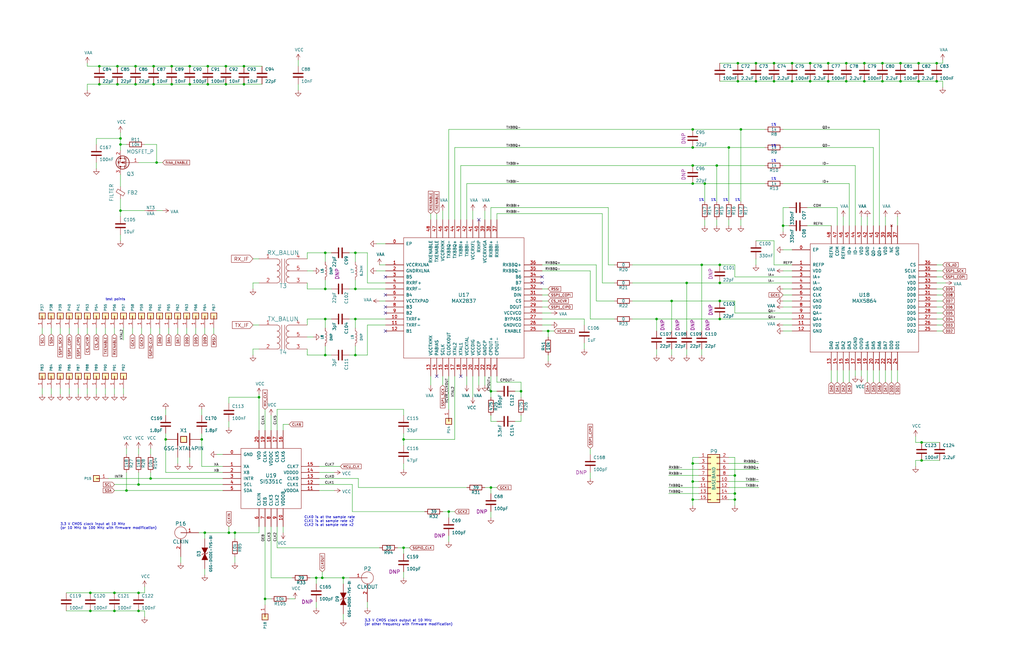
<source format=kicad_sch>
(kicad_sch (version 20211123) (generator eeschema)
  (paper "User" 431.8 279.4)
  (title_block (title "${TITLE}") (date "${DATE}") (rev "${VERSION}") (company "${COPYRIGHT}") (comment 1 "${LICENSE}"))
  (junction (at 80.01 27.94))
  (junction (at 292.1 62.23))
  (junction (at 96.52 224.79))
  (junction (at 53.34 207.01))
  (junction (at 334.01 34.29))
  (junction (at 326.39 26.67))
  (junction (at 80.01 35.56))
  (junction (at 137.16 106.68))
  (junction (at 207.01 165.1))
  (junction (at 341.63 26.67))
  (junction (at 149.86 106.68))
  (junction (at 149.86 121.92))
  (junction (at 303.53 134.62))
  (junction (at 341.63 34.29))
  (junction (at 388.62 186.69))
  (junction (at 58.42 204.47))
  (junction (at 312.42 54.61))
  (junction (at 48.26 250.19))
  (junction (at 149.86 149.86))
  (junction (at 207.01 205.74))
  (junction (at 95.25 35.56))
  (junction (at 311.15 34.29))
  (junction (at 388.62 194.31))
  (junction (at 379.73 34.29))
  (junction (at 364.49 26.67))
  (junction (at 276.86 134.62))
  (junction (at 86.36 224.79))
  (junction (at 307.34 62.23))
  (junction (at 379.73 26.67))
  (junction (at 283.21 127))
  (junction (at 356.87 26.67))
  (junction (at 111.76 252.73))
  (junction (at 137.16 134.62))
  (junction (at 58.42 250.19))
  (junction (at 135.89 243.84))
  (junction (at 57.15 27.94))
  (junction (at 334.01 26.67))
  (junction (at 133.35 243.84))
  (junction (at 137.16 149.86))
  (junction (at 292.1 210.82))
  (junction (at 38.1 257.81))
  (junction (at 326.39 34.29))
  (junction (at 49.53 35.56))
  (junction (at 102.87 27.94))
  (junction (at 292.1 69.85))
  (junction (at 137.16 121.92))
  (junction (at 149.86 134.62))
  (junction (at 58.42 257.81))
  (junction (at 289.56 119.38))
  (junction (at 41.91 35.56))
  (junction (at 38.1 250.19))
  (junction (at 364.49 34.29))
  (junction (at 311.15 26.67))
  (junction (at 63.5 201.93))
  (junction (at 41.91 27.94))
  (junction (at 87.63 35.56))
  (junction (at 69.85 185.42))
  (junction (at 292.1 203.2))
  (junction (at 95.25 27.94))
  (junction (at 297.18 77.47))
  (junction (at 72.39 27.94))
  (junction (at 64.77 35.56))
  (junction (at 309.88 208.28))
  (junction (at 303.53 119.38))
  (junction (at 50.8 58.42))
  (junction (at 170.18 185.42))
  (junction (at 144.78 243.84))
  (junction (at 292.1 195.58))
  (junction (at 330.2 95.25))
  (junction (at 87.63 27.94))
  (junction (at 189.23 215.9))
  (junction (at 102.87 35.56))
  (junction (at 64.77 27.94))
  (junction (at 318.77 26.67))
  (junction (at 57.15 35.56))
  (junction (at 85.09 185.42))
  (junction (at 292.1 54.61))
  (junction (at 50.8 60.96))
  (junction (at 292.1 77.47))
  (junction (at 219.71 165.1))
  (junction (at 372.11 34.29))
  (junction (at 387.35 26.67))
  (junction (at 318.77 34.29))
  (junction (at 394.97 26.67))
  (junction (at 356.87 34.29))
  (junction (at 295.91 111.76))
  (junction (at 303.53 127))
  (junction (at 302.26 69.85))
  (junction (at 303.53 111.76))
  (junction (at 109.22 167.64))
  (junction (at 372.11 26.67))
  (junction (at 170.18 231.14))
  (junction (at 394.97 34.29))
  (junction (at 49.53 27.94))
  (junction (at 50.8 88.9))
  (junction (at 99.06 224.79))
  (junction (at 387.35 34.29))
  (junction (at 349.25 34.29))
  (junction (at 309.88 210.82))
  (junction (at 231.14 139.7))
  (junction (at 72.39 35.56))
  (junction (at 309.88 200.66))
  (junction (at 48.26 257.81))
  (junction (at 349.25 26.67))
  (junction (at 66.04 68.58))
  (no_connect (at 162.56 124.46))
  (no_connect (at 201.93 92.71))
  (no_connect (at 184.15 158.75))
  (no_connect (at 194.31 158.75))
  (no_connect (at 228.6 119.38))
  (no_connect (at 162.56 132.08))
  (no_connect (at 162.56 116.84))
  (no_connect (at 162.56 139.7))
  (no_connect (at 162.56 129.54))
  (no_connect (at 228.6 116.84))
  (wire (pts (xy 58.42 204.47) (xy 93.98 204.47)))
  (wire (pts (xy 326.39 26.67) (xy 334.01 26.67)))
  (wire (pts (xy 119.38 179.07) (xy 121.92 179.07)))
  (wire (pts (xy 302.26 69.85) (xy 302.26 85.09)))
  (wire (pts (xy 326.39 34.29) (xy 334.01 34.29)))
  (wire (pts (xy 318.77 111.76) (xy 318.77 109.22)))
  (wire (pts (xy 394.97 114.3) (xy 397.51 114.3)))
  (wire (pts (xy 21.59 163.83) (xy 21.59 166.37)))
  (wire (pts (xy 353.06 161.29) (xy 353.06 156.21)))
  (wire (pts (xy 254 119.38) (xy 259.08 119.38)))
  (wire (pts (xy 40.64 58.42) (xy 50.8 58.42)))
  (wire (pts (xy 72.39 35.56) (xy 80.01 35.56)))
  (wire (pts (xy 365.76 156.21) (xy 365.76 161.29)))
  (wire (pts (xy 134.62 204.47) (xy 148.59 204.47)))
  (wire (pts (xy 294.64 193.04) (xy 292.1 193.04)))
  (wire (pts (xy 294.64 210.82) (xy 292.1 210.82)))
  (wire (pts (xy 50.8 60.96) (xy 53.34 60.96)))
  (wire (pts (xy 63.5 199.39) (xy 63.5 201.93)))
  (wire (pts (xy 58.42 189.23) (xy 58.42 191.77)))
  (wire (pts (xy 48.26 204.47) (xy 58.42 204.47)))
  (wire (pts (xy 349.25 34.29) (xy 356.87 34.29)))
  (wire (pts (xy 326.39 111.76) (xy 326.39 101.6)))
  (wire (pts (xy 302.26 92.71) (xy 302.26 95.25)))
  (wire (pts (xy 326.39 101.6) (xy 318.77 101.6)))
  (wire (pts (xy 303.53 119.38) (xy 334.01 119.38)))
  (wire (pts (xy 394.97 134.62) (xy 397.51 134.62)))
  (wire (pts (xy 388.62 194.31) (xy 396.24 194.31)))
  (wire (pts (xy 330.2 105.41) (xy 334.01 105.41)))
  (wire (pts (xy 140.97 199.39) (xy 134.62 199.39)))
  (wire (pts (xy 86.36 227.33) (xy 86.36 224.79)))
  (wire (pts (xy 109.22 109.22) (xy 106.68 109.22)))
  (wire (pts (xy 52.07 163.83) (xy 52.07 166.37)))
  (wire (pts (xy 36.83 163.83) (xy 36.83 166.37)))
  (wire (pts (xy 266.7 119.38) (xy 289.56 119.38)))
  (wire (pts (xy 194.31 69.85) (xy 292.1 69.85)))
  (wire (pts (xy 40.64 71.12) (xy 40.64 68.58)))
  (wire (pts (xy 36.83 138.43) (xy 36.83 140.97)))
  (wire (pts (xy 38.1 257.81) (xy 48.26 257.81)))
  (wire (pts (xy 312.42 54.61) (xy 312.42 85.09)))
  (wire (pts (xy 373.38 156.21) (xy 373.38 161.29)))
  (wire (pts (xy 21.59 138.43) (xy 21.59 140.97)))
  (wire (pts (xy 302.26 69.85) (xy 322.58 69.85)))
  (wire (pts (xy 207.01 165.1) (xy 207.01 167.64)))
  (wire (pts (xy 41.91 27.94) (xy 49.53 27.94)))
  (wire (pts (xy 204.47 158.75) (xy 204.47 162.56)))
  (wire (pts (xy 292.1 210.82) (xy 292.1 213.36)))
  (wire (pts (xy 350.52 156.21) (xy 350.52 161.29)))
  (wire (pts (xy 289.56 119.38) (xy 289.56 139.7)))
  (wire (pts (xy 231.14 142.24) (xy 231.14 139.7)))
  (wire (pts (xy 74.93 138.43) (xy 74.93 140.97)))
  (wire (pts (xy 99.06 224.79) (xy 99.06 227.33)))
  (wire (pts (xy 219.71 177.8) (xy 219.71 175.26)))
  (wire (pts (xy 147.32 106.68) (xy 149.86 106.68)))
  (wire (pts (xy 80.01 27.94) (xy 87.63 27.94)))
  (wire (pts (xy 281.94 208.28) (xy 294.64 208.28)))
  (wire (pts (xy 207.01 218.44) (xy 207.01 215.9)))
  (wire (pts (xy 209.55 161.29) (xy 209.55 158.75)))
  (wire (pts (xy 394.97 116.84) (xy 397.51 116.84)))
  (wire (pts (xy 40.64 138.43) (xy 40.64 140.97)))
  (wire (pts (xy 297.18 77.47) (xy 322.58 77.47)))
  (wire (pts (xy 360.68 69.85) (xy 330.2 69.85)))
  (wire (pts (xy 379.73 34.29) (xy 387.35 34.29)))
  (wire (pts (xy 129.54 106.68) (xy 129.54 109.22)))
  (wire (pts (xy 129.54 149.86) (xy 137.16 149.86)))
  (wire (pts (xy 90.17 138.43) (xy 90.17 140.97)))
  (wire (pts (xy 318.77 34.29) (xy 326.39 34.29)))
  (wire (pts (xy 154.94 149.86) (xy 154.94 137.16)))
  (wire (pts (xy 330.2 129.54) (xy 334.01 129.54)))
  (wire (pts (xy 48.26 250.19) (xy 58.42 250.19)))
  (wire (pts (xy 50.8 83.82) (xy 50.8 88.9)))
  (wire (pts (xy 60.96 88.9) (xy 50.8 88.9)))
  (wire (pts (xy 135.89 241.3) (xy 135.89 243.84)))
  (wire (pts (xy 95.25 35.56) (xy 102.87 35.56)))
  (wire (pts (xy 76.2 234.95) (xy 76.2 237.49)))
  (wire (pts (xy 292.1 195.58) (xy 292.1 203.2)))
  (wire (pts (xy 96.52 170.18) (xy 96.52 167.64)))
  (wire (pts (xy 85.09 182.88) (xy 85.09 185.42)))
  (wire (pts (xy 320.04 198.12) (xy 307.34 198.12)))
  (wire (pts (xy 114.3 243.84) (xy 123.19 243.84)))
  (wire (pts (xy 266.7 127) (xy 283.21 127)))
  (wire (pts (xy 29.21 163.83) (xy 29.21 166.37)))
  (wire (pts (xy 40.64 163.83) (xy 40.64 166.37)))
  (wire (pts (xy 147.32 149.86) (xy 149.86 149.86)))
  (wire (pts (xy 207.01 158.75) (xy 207.01 165.1)))
  (wire (pts (xy 58.42 68.58) (xy 66.04 68.58)))
  (wire (pts (xy 370.84 95.25) (xy 370.84 54.61)))
  (wire (pts (xy 248.92 191.77) (xy 248.92 189.23)))
  (wire (pts (xy 320.04 205.74) (xy 307.34 205.74)))
  (wire (pts (xy 50.8 60.96) (xy 50.8 63.5)))
  (wire (pts (xy 386.08 196.85) (xy 386.08 194.31)))
  (wire (pts (xy 360.68 95.25) (xy 360.68 69.85)))
  (wire (pts (xy 109.22 167.64) (xy 109.22 181.61)))
  (wire (pts (xy 49.53 27.94) (xy 57.15 27.94)))
  (wire (pts (xy 246.38 134.62) (xy 246.38 137.16)))
  (wire (pts (xy 387.35 34.29) (xy 394.97 34.29)))
  (wire (pts (xy 379.73 26.67) (xy 387.35 26.67)))
  (wire (pts (xy 189.23 226.06) (xy 189.23 228.6)))
  (wire (pts (xy 334.01 111.76) (xy 326.39 111.76)))
  (wire (pts (xy 48.26 207.01) (xy 53.34 207.01)))
  (wire (pts (xy 33.02 163.83) (xy 33.02 166.37)))
  (wire (pts (xy 137.16 134.62) (xy 137.16 138.43)))
  (wire (pts (xy 48.26 257.81) (xy 58.42 257.81)))
  (wire (pts (xy 209.55 90.17) (xy 254 90.17)))
  (wire (pts (xy 289.56 119.38) (xy 303.53 119.38)))
  (wire (pts (xy 199.39 158.75) (xy 199.39 167.64)))
  (wire (pts (xy 248.92 114.3) (xy 248.92 134.62)))
  (wire (pts (xy 87.63 35.56) (xy 95.25 35.56)))
  (wire (pts (xy 137.16 106.68) (xy 139.7 106.68)))
  (wire (pts (xy 129.54 121.92) (xy 137.16 121.92)))
  (wire (pts (xy 58.42 199.39) (xy 58.42 204.47)))
  (wire (pts (xy 276.86 147.32) (xy 276.86 149.86)))
  (wire (pts (xy 194.31 92.71) (xy 194.31 69.85)))
  (wire (pts (xy 207.01 175.26) (xy 207.01 177.8)))
  (wire (pts (xy 256.54 111.76) (xy 259.08 111.76)))
  (wire (pts (xy 119.38 181.61) (xy 119.38 179.07)))
  (wire (pts (xy 311.15 26.67) (xy 318.77 26.67)))
  (wire (pts (xy 303.53 127) (xy 309.88 127)))
  (wire (pts (xy 36.83 35.56) (xy 36.83 38.1)))
  (wire (pts (xy 96.52 224.79) (xy 96.52 222.25)))
  (wire (pts (xy 209.55 90.17) (xy 209.55 92.71)))
  (wire (pts (xy 33.02 138.43) (xy 33.02 140.97)))
  (wire (pts (xy 309.88 111.76) (xy 309.88 116.84)))
  (wire (pts (xy 320.04 203.2) (xy 307.34 203.2)))
  (wire (pts (xy 248.92 201.93) (xy 248.92 199.39)))
  (wire (pts (xy 116.84 231.14) (xy 160.02 231.14)))
  (wire (pts (xy 320.04 195.58) (xy 307.34 195.58)))
  (wire (pts (xy 129.54 106.68) (xy 137.16 106.68)))
  (wire (pts (xy 207.01 87.63) (xy 207.01 92.71)))
  (wire (pts (xy 283.21 127) (xy 303.53 127)))
  (wire (pts (xy 109.22 224.79) (xy 109.22 222.25)))
  (wire (pts (xy 364.49 34.29) (xy 372.11 34.29)))
  (wire (pts (xy 294.64 195.58) (xy 292.1 195.58)))
  (wire (pts (xy 191.77 62.23) (xy 292.1 62.23)))
  (wire (pts (xy 63.5 140.97) (xy 63.5 138.43)))
  (wire (pts (xy 231.14 139.7) (xy 233.68 139.7)))
  (wire (pts (xy 85.09 196.85) (xy 93.98 196.85)))
  (wire (pts (xy 228.6 124.46) (xy 231.14 124.46)))
  (wire (pts (xy 228.6 129.54) (xy 231.14 129.54)))
  (wire (pts (xy 303.53 134.62) (xy 334.01 134.62)))
  (wire (pts (xy 170.18 175.26) (xy 170.18 172.72)))
  (wire (pts (xy 125.73 25.4) (xy 125.73 27.94)))
  (wire (pts (xy 137.16 146.05) (xy 137.16 149.86)))
  (wire (pts (xy 72.39 27.94) (xy 80.01 27.94)))
  (wire (pts (xy 330.2 124.46) (xy 334.01 124.46)))
  (wire (pts (xy 295.91 147.32) (xy 295.91 149.86)))
  (wire (pts (xy 363.22 158.75) (xy 363.22 156.21)))
  (wire (pts (xy 149.86 138.43) (xy 149.86 134.62)))
  (wire (pts (xy 394.97 129.54) (xy 397.51 129.54)))
  (wire (pts (xy 129.54 137.16) (xy 129.54 134.62)))
  (wire (pts (xy 149.86 121.92) (xy 162.56 121.92)))
  (wire (pts (xy 151.13 201.93) (xy 151.13 205.74)))
  (wire (pts (xy 132.08 114.3) (xy 129.54 114.3)))
  (wire (pts (xy 44.45 138.43) (xy 44.45 140.97)))
  (wire (pts (xy 60.96 257.81) (xy 60.96 260.35)))
  (wire (pts (xy 309.88 127) (xy 309.88 132.08)))
  (wire (pts (xy 281.94 200.66) (xy 294.64 200.66)))
  (wire (pts (xy 133.35 243.84) (xy 135.89 243.84)))
  (wire (pts (xy 36.83 27.94) (xy 41.91 27.94)))
  (wire (pts (xy 297.18 95.25) (xy 297.18 92.71)))
  (wire (pts (xy 373.38 91.44) (xy 373.38 95.25)))
  (wire (pts (xy 50.8 73.66) (xy 50.8 78.74)))
  (wire (pts (xy 58.42 250.19) (xy 60.96 250.19)))
  (wire (pts (xy 368.3 62.23) (xy 330.2 62.23)))
  (wire (pts (xy 231.14 152.4) (xy 231.14 149.86)))
  (wire (pts (xy 154.94 106.68) (xy 154.94 119.38)))
  (wire (pts (xy 181.61 162.56) (xy 181.61 158.75)))
  (wire (pts (xy 50.8 101.6) (xy 50.8 99.06)))
  (wire (pts (xy 228.6 114.3) (xy 248.92 114.3)))
  (wire (pts (xy 204.47 205.74) (xy 207.01 205.74)))
  (wire (pts (xy 199.39 88.9) (xy 199.39 92.71)))
  (wire (pts (xy 356.87 26.67) (xy 364.49 26.67)))
  (wire (pts (xy 109.22 166.37) (xy 109.22 167.64)))
  (wire (pts (xy 170.18 198.12) (xy 170.18 195.58)))
  (wire (pts (xy 137.16 149.86) (xy 139.7 149.86)))
  (wire (pts (xy 186.69 158.75) (xy 186.69 162.56)))
  (wire (pts (xy 386.08 194.31) (xy 388.62 194.31)))
  (wire (pts (xy 349.25 26.67) (xy 356.87 26.67)))
  (wire (pts (xy 394.97 139.7) (xy 397.51 139.7)))
  (wire (pts (xy 355.6 91.44) (xy 355.6 95.25)))
  (wire (pts (xy 232.41 132.08) (xy 228.6 132.08)))
  (wire (pts (xy 69.85 199.39) (xy 93.98 199.39)))
  (wire (pts (xy 134.62 201.93) (xy 151.13 201.93)))
  (wire (pts (xy 116.84 231.14) (xy 116.84 222.25)))
  (wire (pts (xy 186.69 215.9) (xy 189.23 215.9)))
  (wire (pts (xy 330.2 95.25) (xy 330.2 97.79)))
  (wire (pts (xy 283.21 139.7) (xy 283.21 127)))
  (wire (pts (xy 219.71 161.29) (xy 209.55 161.29)))
  (wire (pts (xy 149.86 146.05) (xy 149.86 149.86)))
  (wire (pts (xy 387.35 26.67) (xy 394.97 26.67)))
  (wire (pts (xy 309.88 132.08) (xy 334.01 132.08)))
  (wire (pts (xy 251.46 111.76) (xy 251.46 127)))
  (wire (pts (xy 289.56 147.32) (xy 289.56 149.86)))
  (wire (pts (xy 96.52 224.79) (xy 99.06 224.79)))
  (wire (pts (xy 246.38 147.32) (xy 246.38 144.78)))
  (wire (pts (xy 201.93 158.75) (xy 201.93 162.56)))
  (wire (pts (xy 102.87 27.94) (xy 110.49 27.94)))
  (wire (pts (xy 394.97 137.16) (xy 397.51 137.16)))
  (wire (pts (xy 307.34 92.71) (xy 307.34 95.25)))
  (wire (pts (xy 295.91 111.76) (xy 303.53 111.76)))
  (wire (pts (xy 74.93 195.58) (xy 74.93 193.04)))
  (wire (pts (xy 170.18 172.72) (xy 116.84 172.72)))
  (wire (pts (xy 63.5 189.23) (xy 63.5 191.77)))
  (wire (pts (xy 48.26 140.97) (xy 48.26 138.43)))
  (wire (pts (xy 191.77 158.75) (xy 191.77 185.42)))
  (wire (pts (xy 106.68 137.16) (xy 109.22 137.16)))
  (wire (pts (xy 303.53 26.67) (xy 311.15 26.67)))
  (wire (pts (xy 356.87 34.29) (xy 364.49 34.29)))
  (wire (pts (xy 307.34 208.28) (xy 309.88 208.28)))
  (wire (pts (xy 170.18 231.14) (xy 172.72 231.14)))
  (wire (pts (xy 50.8 88.9) (xy 50.8 91.44)))
  (wire (pts (xy 368.3 156.21) (xy 368.3 161.29)))
  (wire (pts (xy 160.02 127) (xy 162.56 127)))
  (wire (pts (xy 219.71 165.1) (xy 217.17 165.1)))
  (wire (pts (xy 196.85 77.47) (xy 292.1 77.47)))
  (wire (pts (xy 341.63 34.29) (xy 349.25 34.29)))
  (wire (pts (xy 309.88 208.28) (xy 309.88 210.82)))
  (wire (pts (xy 129.54 147.32) (xy 129.54 149.86)))
  (wire (pts (xy 189.23 215.9) (xy 189.23 218.44)))
  (wire (pts (xy 330.2 87.63) (xy 330.2 95.25)))
  (wire (pts (xy 125.73 35.56) (xy 125.73 38.1)))
  (wire (pts (xy 149.86 106.68) (xy 149.86 110.49)))
  (wire (pts (xy 196.85 92.71) (xy 196.85 77.47)))
  (wire (pts (xy 292.1 193.04) (xy 292.1 195.58)))
  (wire (pts (xy 181.61 90.17) (xy 181.61 92.71)))
  (wire (pts (xy 102.87 35.56) (xy 110.49 35.56)))
  (wire (pts (xy 283.21 147.32) (xy 283.21 149.86)))
  (wire (pts (xy 96.52 180.34) (xy 96.52 177.8)))
  (wire (pts (xy 170.18 182.88) (xy 170.18 185.42)))
  (wire (pts (xy 119.38 224.79) (xy 119.38 222.25)))
  (wire (pts (xy 99.06 234.95) (xy 99.06 237.49)))
  (wire (pts (xy 189.23 172.72) (xy 189.23 158.75)))
  (wire (pts (xy 71.12 140.97) (xy 71.12 138.43)))
  (wire (pts (xy 266.7 134.62) (xy 276.86 134.62)))
  (wire (pts (xy 394.97 132.08) (xy 397.51 132.08)))
  (wire (pts (xy 394.97 124.46) (xy 397.51 124.46)))
  (wire (pts (xy 254 90.17) (xy 254 119.38)))
  (wire (pts (xy 137.16 118.11) (xy 137.16 121.92)))
  (wire (pts (xy 378.46 156.21) (xy 378.46 161.29)))
  (wire (pts (xy 27.94 250.19) (xy 38.1 250.19)))
  (wire (pts (xy 358.14 77.47) (xy 358.14 95.25)))
  (wire (pts (xy 95.25 27.94) (xy 102.87 27.94)))
  (wire (pts (xy 69.85 185.42) (xy 69.85 199.39)))
  (wire (pts (xy 160.02 111.76) (xy 162.56 111.76)))
  (wire (pts (xy 353.06 87.63) (xy 340.36 87.63)))
  (wire (pts (xy 294.64 203.2) (xy 292.1 203.2)))
  (wire (pts (xy 191.77 92.71) (xy 191.77 62.23)))
  (wire (pts (xy 99.06 224.79) (xy 109.22 224.79)))
  (wire (pts (xy 111.76 172.72) (xy 111.76 181.61)))
  (wire (pts (xy 41.91 35.56) (xy 49.53 35.56)))
  (wire (pts (xy 378.46 91.44) (xy 378.46 95.25)))
  (wire (pts (xy 358.14 161.29) (xy 358.14 156.21)))
  (wire (pts (xy 309.88 200.66) (xy 309.88 208.28)))
  (wire (pts (xy 137.16 110.49) (xy 137.16 106.68)))
  (wire (pts (xy 209.55 165.1) (xy 207.01 165.1)))
  (wire (pts (xy 330.2 121.92) (xy 334.01 121.92)))
  (wire (pts (xy 158.75 102.87) (xy 162.56 102.87)))
  (wire (pts (xy 167.64 231.14) (xy 170.18 231.14)))
  (wire (pts (xy 394.97 26.67) (xy 397.51 26.67)))
  (wire (pts (xy 38.1 250.19) (xy 48.26 250.19)))
  (wire (pts (xy 149.86 149.86) (xy 154.94 149.86)))
  (wire (pts (xy 189.23 54.61) (xy 292.1 54.61)))
  (wire (pts (xy 217.17 177.8) (xy 219.71 177.8)))
  (wire (pts (xy 53.34 207.01) (xy 93.98 207.01)))
  (wire (pts (xy 388.62 186.69) (xy 396.24 186.69)))
  (wire (pts (xy 370.84 156.21) (xy 370.84 161.29)))
  (wire (pts (xy 332.74 87.63) (xy 330.2 87.63)))
  (wire (pts (xy 132.08 142.24) (xy 129.54 142.24)))
  (wire (pts (xy 154.94 137.16) (xy 162.56 137.16)))
  (wire (pts (xy 50.8 55.88) (xy 50.8 58.42)))
  (wire (pts (xy 58.42 257.81) (xy 60.96 257.81)))
  (wire (pts (xy 144.78 246.38) (xy 144.78 243.84)))
  (wire (pts (xy 147.32 121.92) (xy 149.86 121.92)))
  (wire (pts (xy 228.6 139.7) (xy 231.14 139.7)))
  (wire (pts (xy 303.53 111.76) (xy 309.88 111.76)))
  (wire (pts (xy 109.22 147.32) (xy 106.68 147.32)))
  (wire (pts (xy 397.51 34.29) (xy 397.51 36.83)))
  (wire (pts (xy 330.2 137.16) (xy 334.01 137.16)))
  (wire (pts (xy 307.34 62.23) (xy 322.58 62.23)))
  (wire (pts (xy 149.86 134.62) (xy 162.56 134.62)))
  (wire (pts (xy 66.04 60.96) (xy 66.04 68.58)))
  (wire (pts (xy 116.84 172.72) (xy 116.84 181.61)))
  (wire (pts (xy 311.15 34.29) (xy 318.77 34.29)))
  (wire (pts (xy 309.88 116.84) (xy 334.01 116.84)))
  (wire (pts (xy 386.08 186.69) (xy 388.62 186.69)))
  (wire (pts (xy 248.92 134.62) (xy 259.08 134.62)))
  (wire (pts (xy 114.3 222.25) (xy 114.3 243.84)))
  (wire (pts (xy 370.84 54.61) (xy 330.2 54.61)))
  (wire (pts (xy 17.78 163.83) (xy 17.78 166.37)))
  (wire (pts (xy 341.63 26.67) (xy 349.25 26.67)))
  (wire (pts (xy 154.94 119.38) (xy 162.56 119.38)))
  (wire (pts (xy 256.54 87.63) (xy 256.54 111.76)))
  (wire (pts (xy 45.72 201.93) (xy 63.5 201.93)))
  (wire (pts (xy 144.78 261.62) (xy 144.78 259.08)))
  (wire (pts (xy 397.51 26.67) (xy 397.51 25.4)))
  (wire (pts (xy 309.88 210.82) (xy 309.88 213.36)))
  (wire (pts (xy 186.69 88.9) (xy 186.69 92.71)))
  (wire (pts (xy 55.88 138.43) (xy 55.88 140.97)))
  (wire (pts (xy 149.86 118.11) (xy 149.86 121.92)))
  (wire (pts (xy 358.14 77.47) (xy 330.2 77.47)))
  (wire (pts (xy 281.94 205.74) (xy 294.64 205.74)))
  (wire (pts (xy 86.36 140.97) (xy 86.36 138.43)))
  (wire (pts (xy 276.86 134.62) (xy 276.86 139.7)))
  (wire (pts (xy 130.81 243.84) (xy 133.35 243.84)))
  (wire (pts (xy 147.32 134.62) (xy 149.86 134.62)))
  (wire (pts (xy 292.1 77.47) (xy 297.18 77.47)))
  (wire (pts (xy 207.01 205.74) (xy 209.55 205.74)))
  (wire (pts (xy 292.1 54.61) (xy 312.42 54.61)))
  (wire (pts (xy 121.92 252.73) (xy 124.46 252.73)))
  (wire (pts (xy 334.01 26.67) (xy 341.63 26.67)))
  (wire (pts (xy 340.36 95.25) (xy 350.52 95.25)))
  (wire (pts (xy 154.94 254) (xy 154.94 256.54)))
  (wire (pts (xy 332.74 95.25) (xy 330.2 95.25)))
  (wire (pts (xy 44.45 163.83) (xy 44.45 166.37)))
  (wire (pts (xy 292.1 62.23) (xy 307.34 62.23)))
  (wire (pts (xy 87.63 27.94) (xy 95.25 27.94)))
  (wire (pts (xy 303.53 34.29) (xy 311.15 34.29)))
  (wire (pts (xy 394.97 127) (xy 397.51 127)))
  (wire (pts (xy 59.69 138.43) (xy 59.69 140.97)))
  (wire (pts (xy 82.55 140.97) (xy 82.55 138.43)))
  (wire (pts (xy 372.11 34.29) (xy 379.73 34.29)))
  (wire (pts (xy 228.6 111.76) (xy 251.46 111.76)))
  (wire (pts (xy 207.01 177.8) (xy 209.55 177.8)))
  (wire (pts (xy 69.85 175.26) (xy 69.85 172.72)))
  (wire (pts (xy 360.68 158.75) (xy 360.68 156.21)))
  (wire (pts (xy 276.86 134.62) (xy 303.53 134.62)))
  (wire (pts (xy 219.71 161.29) (xy 219.71 165.1)))
  (wire (pts (xy 251.46 127) (xy 259.08 127)))
  (wire (pts (xy 228.6 134.62) (xy 246.38 134.62)))
  (wire (pts (xy 148.59 204.47) (xy 148.59 215.9)))
  (wire (pts (xy 297.18 77.47) (xy 297.18 85.09)))
  (wire (pts (xy 135.89 243.84) (xy 144.78 243.84)))
  (wire (pts (xy 53.34 189.23) (xy 53.34 191.77)))
  (wire (pts (xy 330.2 114.3) (xy 334.01 114.3)))
  (wire (pts (xy 184.15 92.71) (xy 184.15 90.17)))
  (wire (pts (xy 189.23 215.9) (xy 191.77 215.9)))
  (wire (pts (xy 85.09 185.42) (xy 85.09 196.85)))
  (wire (pts (xy 66.04 68.58) (xy 68.58 68.58)))
  (wire (pts (xy 330.2 127) (xy 334.01 127)))
  (wire (pts (xy 363.22 91.44) (xy 363.22 95.25)))
  (wire (pts (xy 27.94 257.81) (xy 38.1 257.81)))
  (wire (pts (xy 80.01 35.56) (xy 87.63 35.56)))
  (wire (pts (xy 204.47 88.9) (xy 204.47 92.71)))
  (wire (pts (xy 63.5 201.93) (xy 93.98 201.93)))
  (wire (pts (xy 330.2 139.7) (xy 334.01 139.7)))
  (wire (pts (xy 133.35 243.84) (xy 133.35 246.38)))
  (wire (pts (xy 148.59 215.9) (xy 179.07 215.9)))
  (wire (pts (xy 375.92 156.21) (xy 375.92 161.29)))
  (wire (pts (xy 129.54 134.62) (xy 137.16 134.62)))
  (wire (pts (xy 48.26 163.83) (xy 48.26 166.37)))
  (wire (pts (xy 364.49 26.67) (xy 372.11 26.67)))
  (wire (pts (xy 106.68 121.92) (xy 106.68 119.38)))
  (wire (pts (xy 96.52 167.64) (xy 109.22 167.64)))
  (wire (pts (xy 170.18 231.14) (xy 170.18 233.68)))
  (wire (pts (xy 17.78 138.43) (xy 17.78 140.97)))
  (wire (pts (xy 66.04 88.9) (xy 68.58 88.9)))
  (wire (pts (xy 158.75 114.3) (xy 162.56 114.3)))
  (wire (pts (xy 69.85 182.88) (xy 69.85 185.42)))
  (wire (pts (xy 398.78 119.38) (xy 394.97 119.38)))
  (wire (pts (xy 57.15 27.94) (xy 64.77 27.94)))
  (wire (pts (xy 67.31 138.43) (xy 67.31 140.97)))
  (wire (pts (xy 394.97 121.92) (xy 397.51 121.92)))
  (wire (pts (xy 372.11 26.67) (xy 379.73 26.67)))
  (wire (pts (xy 355.6 156.21) (xy 355.6 161.29)))
  (wire (pts (xy 196.85 158.75) (xy 196.85 162.56)))
  (wire (pts (xy 114.3 252.73) (xy 111.76 252.73)))
  (wire (pts (xy 86.36 242.57) (xy 86.36 240.03)))
  (wire (pts (xy 149.86 106.68) (xy 154.94 106.68)))
  (wire (pts (xy 129.54 119.38) (xy 129.54 121.92)))
  (wire (pts (xy 78.74 138.43) (xy 78.74 140.97)))
  (wire (pts (xy 29.21 138.43) (xy 29.21 140.97)))
  (wire (pts (xy 137.16 134.62) (xy 139.7 134.62)))
  (wire (pts (xy 64.77 27.94) (xy 72.39 27.94)))
  (wire (pts (xy 365.76 91.44) (xy 365.76 95.25)))
  (wire (pts (xy 170.18 185.42) (xy 170.18 187.96)))
  (wire (pts (xy 143.51 196.85) (xy 134.62 196.85)))
  (wire (pts (xy 57.15 35.56) (xy 64.77 35.56)))
  (wire (pts (xy 307.34 193.04) (xy 309.88 193.04)))
  (wire (pts (xy 25.4 163.83) (xy 25.4 166.37)))
  (wire (pts (xy 368.3 62.23) (xy 368.3 95.25)))
  (wire (pts (xy 64.77 35.56) (xy 72.39 35.56)))
  (wire (pts (xy 191.77 185.42) (xy 170.18 185.42)))
  (wire (pts (xy 151.13 205.74) (xy 196.85 205.74)))
  (wire (pts (xy 25.4 138.43) (xy 25.4 140.97)))
  (wire (pts (xy 40.64 60.96) (xy 40.64 58.42)))
  (wire (pts (xy 266.7 111.76) (xy 295.91 111.76)))
  (wire (pts (xy 49.53 35.56) (xy 57.15 35.56)))
  (wire (pts (xy 106.68 119.38) (xy 109.22 119.38)))
  (wire (pts (xy 394.97 34.29) (xy 397.51 34.29)))
  (wire (pts (xy 318.77 26.67) (xy 326.39 26.67)))
  (wire (pts (xy 386.08 184.15) (xy 386.08 186.69)))
  (wire (pts (xy 86.36 224.79) (xy 96.52 224.79)))
  (wire (pts (xy 50.8 58.42) (xy 50.8 60.96)))
  (wire (pts (xy 53.34 199.39) (xy 53.34 207.01)))
  (wire (pts (xy 228.6 121.92) (xy 231.14 121.92)))
  (wire (pts (xy 170.18 241.3) (xy 170.18 243.84)))
  (wire (pts (xy 281.94 198.12) (xy 294.64 198.12)))
  (wire (pts (xy 312.42 54.61) (xy 322.58 54.61)))
  (wire (pts (xy 114.3 175.26) (xy 114.3 181.61)))
  (wire (pts (xy 307.34 210.82) (xy 309.88 210.82)))
  (wire (pts (xy 52.07 138.43) (xy 52.07 143.51)))
  (wire (pts (xy 307.34 62.23) (xy 307.34 85.09)))
  (wire (pts (xy 85.09 172.72) (xy 85.09 175.26)))
  (wire (pts (xy 334.01 34.29) (xy 341.63 34.29)))
  (wire (pts (xy 394.97 111.76) (xy 397.51 111.76)))
  (wire (pts (xy 111.76 252.73) (xy 111.76 255.27)))
  (wire (pts (xy 189.23 54.61) (xy 189.23 92.71)))
  (wire (pts (xy 36.83 27.94) (xy 36.83 26.67)))
  (wire (pts (xy 140.97 207.01) (xy 134.62 207.01)))
  (wire (pts (xy 292.1 203.2) (xy 292.1 210.82)))
  (wire (pts (xy 295.91 139.7) (xy 295.91 111.76)))
  (wire (pts (xy 228.6 127) (xy 231.14 127)))
  (wire (pts (xy 133.35 254) (xy 133.35 256.54)))
  (wire (pts (xy 36.83 35.56) (xy 41.91 35.56)))
  (wire (pts (xy 219.71 165.1) (xy 219.71 167.64)))
  (wire (pts (xy 80.01 193.04) (xy 80.01 195.58)))
  (wire (pts (xy 137.16 121.92) (xy 139.7 121.92)))
  (wire (pts (xy 60.96 250.19) (xy 60.96 247.65)))
  (wire (pts (xy 144.78 243.84) (xy 147.32 243.84)))
  (wire (pts (xy 207.01 87.63) (xy 256.54 87.63)))
  (wire (pts (xy 91.44 191.77) (xy 93.98 191.77)))
  (wire (pts (xy 83.82 224.79) (xy 86.36 224.79)))
  (wire (pts (xy 207.01 205.74) (xy 207.01 208.28)))
  (wire (pts (xy 111.76 222.25) (xy 111.76 252.73)))
  (wire (pts (xy 292.1 69.85) (xy 302.26 69.85)))
  (wire (pts (xy 60.96 60.96) (xy 66.04 60.96)))
  (wire (pts (xy 307.34 200.66) (xy 309.88 200.66)))
  (wire (pts (xy 309.88 193.04) (xy 309.88 200.66)))
  (wire (pts (xy 232.41 137.16) (xy 228.6 137.16)))
  (wire (pts (xy 312.42 92.71) (xy 312.42 95.25)))
  (wire (pts (xy 106.68 147.32) (xy 106.68 149.86)))
  (wire (pts (xy 353.06 95.25) (xy 353.06 87.63)))
  (text "1%" (at 299.72 85.09 0) (effects (font (size 1.016 1.016)) (justify left bottom)))
  (text "1%" (at 325.12 62.23 0) (effects (font (size 1.016 1.016)) (justify left bottom)))
  (text "1%" (at 325.12 76.2 0) (effects (font (size 1.016 1.016)) (justify left bottom)))
  (text "1%" (at 294.64 85.09 0) (effects (font (size 1.016 1.016)) (justify left bottom)))
  (text "1%" (at 325.12 53.34 0) (effects (font (size 1.016 1.016)) (justify left bottom)))
  (text "3.3 V CMOS clock input at 10 MHz\n(or 10 MHz to 100 MHz with firmware modification)" (at 25.4 223.52 0) (effects (font (size 1.016 1.016)) (justify left bottom)))
  (text "1%" (at 309.88 85.09 0) (effects (font (size 1.016 1.016)) (justify left bottom)))
  (text "CLK0 is at the sample rate\nCLK1 is at sample rate x2\nCLK2 is at sample rate x2" (at 128.27 222.25 0) (effects (font (size 1.016 1.016)) (justify left bottom)))
  (text "1%" (at 304.8 85.09 0) (effects (font (size 1.016 1.016)) (justify left bottom)))
  (text "test points" (at 44.45 127 0) (effects (font (size 1.016 1.016)) (justify left bottom)))
  (text "1%" (at 325.12 68.58 0) (effects (font (size 1.016 1.016)) (justify left bottom)))
  (text "3.3 V CMOS clock output at 10 MHz\n(or other frequency with firmware modification)" (at 153.67 264.16 0) (effects (font (size 1.016 1.016)) (justify left bottom)))
  (label "QD-" (at 346.71 62.23 0) (effects (font (size 1.016 1.016))))
  (label "CPOUT-" (at 210.82 161.29 0) (effects (font (size 1.016 1.016))))
  (label "TXBBQ-" (at 281.94 208.28 0) (effects (font (size 1.016 1.016))))
  (label "CLK3" (at 114.3 228.6 90) (effects (font (size 1.016 1.016))))
  (label "CLK0" (at 140.97 201.93 180) (effects (font (size 1.016 1.016))))
  (label "QD+" (at 346.71 54.61 0) (effects (font (size 1.016 1.016))))
  (label "TXBBQ+" (at 281.94 205.74 0) (effects (font (size 1.016 1.016))))
  (label "TXBBI+" (at 320.04 205.74 180) (effects (font (size 1.016 1.016))))
  (label "COM" (at 342.9 87.63 0) (effects (font (size 1.016 1.016))))
  (label "OEB" (at 111.76 228.6 90) (effects (font (size 1.016 1.016))))
  (label "RXBBQ-" (at 229.87 114.3 0) (effects (font (size 1.016 1.016))))
  (label "CLK2" (at 116.84 228.6 90) (effects (font (size 1.016 1.016))))
  (label "CLK7" (at 140.97 196.85 180) (effects (font (size 1.016 1.016))))
  (label "XTAL2" (at 191.77 167.64 90) (effects (font (size 1.016 1.016))))
  (label "TXBBQ+" (at 213.36 62.23 0) (effects (font (size 1.016 1.016))))
  (label "ID-" (at 346.71 69.85 0) (effects (font (size 1.016 1.016))))
  (label "TXBBI-" (at 320.04 203.2 180) (effects (font (size 1.016 1.016))))
  (label "CPOUT+" (at 207.01 165.1 90) (effects (font (size 1.016 1.016))))
  (label "CLK5" (at 116.84 175.26 270) (effects (font (size 1.016 1.016))))
  (label "TXBBI-" (at 213.36 77.47 0) (effects (font (size 1.016 1.016))))
  (label "REFN" (at 342.9 95.25 0) (effects (font (size 1.016 1.016))))
  (label "XA" (at 90.17 196.85 0) (effects (font (size 1.016 1.016))))
  (label "IA-" (at 323.85 119.38 0) (effects (font (size 1.016 1.016))))
  (label "RXBBI+" (at 281.94 200.66 0) (effects (font (size 1.016 1.016))))
  (label "RXBBQ+" (at 229.87 111.76 0) (effects (font (size 1.016 1.016))))
  (label "XB" (at 90.17 199.39 0) (effects (font (size 1.016 1.016))))
  (label "CLK4" (at 111.76 175.26 270) (effects (font (size 1.016 1.016))))
  (label "QA+" (at 323.85 134.62 0) (effects (font (size 1.016 1.016))))
  (label "INTR" (at 48.26 201.93 0) (effects (font (size 1.016 1.016))))
  (label "CLK1" (at 140.97 204.47 180) (effects (font (size 1.016 1.016))))
  (label "RXBBI-" (at 281.94 198.12 0) (effects (font (size 1.016 1.016))))
  (label "REFP" (at 330.2 111.76 0) (effects (font (size 1.016 1.016))))
  (label "ID+" (at 346.71 77.47 0) (effects (font (size 1.016 1.016))))
  (label "XCVR_CLKOUT" (at 189.23 170.18 90) (effects (font (size 1.016 1.016))))
  (label "IA+" (at 323.85 116.84 0) (effects (font (size 1.016 1.016))))
  (label "RXBBI+" (at 213.36 87.63 0) (effects (font (size 1.016 1.016))))
  (label "RXBBQ-" (at 320.04 195.58 180) (effects (font (size 1.016 1.016))))
  (label "TXBBI+" (at 213.36 69.85 0) (effects (font (size 1.016 1.016))))
  (label "RXBBQ+" (at 320.04 198.12 180) (effects (font (size 1.016 1.016))))
  (label "QA-" (at 323.85 132.08 0) (effects (font (size 1.016 1.016))))
  (label "XTAL2" (at 52.07 143.51 90) (effects (font (size 1.016 1.016))))
  (label "RXBBI-" (at 213.36 90.17 0) (effects (font (size 1.016 1.016))))
  (label "TXBBQ-" (at 213.36 54.61 0) (effects (font (size 1.016 1.016))))
  (global_label "RX_IF" (shape input) (at 106.68 109.22 180) (effects (font (size 1.524 1.524))) (property "Intersheet References" "${INTERSHEET_REFS}" (effects hide)))
  (global_label "SSP1_SCK" (shape input) (at 186.69 162.56 270) (effects (font (size 1.016 1.016))) (property "Intersheet References" "${INTERSHEET_REFS}" (effects hide)))
  (global_label "RXENABLE" (shape input) (at 181.61 90.17 90) (effects (font (size 1.016 1.016))) (property "Intersheet References" "${INTERSHEET_REFS}" (effects hide)))
  (global_label "DA4" (shape input) (at 365.76 161.29 270) (effects (font (size 1.016 1.016))) (property "Intersheet References" "${INTERSHEET_REFS}" (effects hide)))
  (global_label "SSP1_CIPO" (shape input) (at 248.92 189.23 90) (effects (font (size 1.016 1.016))) (property "Intersheet References" "${INTERSHEET_REFS}" (effects hide)))
  (global_label "SGPIO_CLK" (shape input) (at 63.5 140.97 270) (effects (font (size 1.016 1.016))) (property "Intersheet References" "${INTERSHEET_REFS}" (effects hide)))
  (global_label "RSSI" (shape input) (at 231.14 121.92 0) (effects (font (size 1.016 1.016))) (property "Intersheet References" "${INTERSHEET_REFS}" (effects hide)))
  (global_label "GCK2" (shape input) (at 59.69 140.97 270) (effects (font (size 1.016 1.016))) (property "Intersheet References" "${INTERSHEET_REFS}" (effects hide)))
  (global_label "CS_XCVR" (shape input) (at 36.83 140.97 270) (effects (font (size 1.016 1.016))) (property "Intersheet References" "${INTERSHEET_REFS}" (effects hide)))
  (global_label "DD3" (shape input) (at 397.51 137.16 0) (effects (font (size 1.016 1.016))) (property "Intersheet References" "${INTERSHEET_REFS}" (effects hide)))
  (global_label "DA6" (shape input) (at 370.84 161.29 270) (effects (font (size 1.016 1.016))) (property "Intersheet References" "${INTERSHEET_REFS}" (effects hide)))
  (global_label "TXENABLE" (shape input) (at 44.45 140.97 270) (effects (font (size 1.016 1.016))) (property "Intersheet References" "${INTERSHEET_REFS}" (effects hide)))
  (global_label "DD5" (shape input) (at 397.51 132.08 0) (effects (font (size 1.016 1.016))) (property "Intersheet References" "${INTERSHEET_REFS}" (effects hide)))
  (global_label "SCL" (shape input) (at 48.26 204.47 180) (effects (font (size 1.016 1.016))) (property "Intersheet References" "${INTERSHEET_REFS}" (effects hide)))
  (global_label "XCVR_EN" (shape input) (at 233.68 139.7 0) (effects (font (size 1.016 1.016))) (property "Intersheet References" "${INTERSHEET_REFS}" (effects hide)))
  (global_label "MIX_CLK" (shape input) (at 111.76 172.72 90) (effects (font (size 1.016 1.016))) (property "Intersheet References" "${INTERSHEET_REFS}" (effects hide)))
  (global_label "DD8" (shape input) (at 397.51 124.46 0) (effects (font (size 1.016 1.016))) (property "Intersheet References" "${INTERSHEET_REFS}" (effects hide)))
  (global_label "SSP1_COPI" (shape input) (at 397.51 116.84 0) (effects (font (size 1.016 1.016))) (property "Intersheet References" "${INTERSHEET_REFS}" (effects hide)))
  (global_label "SDA" (shape input) (at 48.26 207.01 180) (effects (font (size 1.016 1.016))) (property "Intersheet References" "${INTERSHEET_REFS}" (effects hide)))
  (global_label "DD5" (shape input) (at 82.55 140.97 270) (effects (font (size 1.016 1.016))) (property "Intersheet References" "${INTERSHEET_REFS}" (effects hide)))
  (global_label "DD1" (shape input) (at 378.46 161.29 270) (effects (font (size 1.016 1.016))) (property "Intersheet References" "${INTERSHEET_REFS}" (effects hide)))
  (global_label "DA2" (shape input) (at 355.6 161.29 270) (effects (font (size 1.016 1.016))) (property "Intersheet References" "${INTERSHEET_REFS}" (effects hide)))
  (global_label "DD7" (shape input) (at 397.51 127 0) (effects (font (size 1.016 1.016))) (property "Intersheet References" "${INTERSHEET_REFS}" (effects hide)))
  (global_label "SSP1_SCK" (shape input) (at 397.51 114.3 0) (effects (font (size 1.016 1.016))) (property "Intersheet References" "${INTERSHEET_REFS}" (effects hide)))
  (global_label "DD9" (shape input) (at 86.36 140.97 270) (effects (font (size 1.016 1.016))) (property "Intersheet References" "${INTERSHEET_REFS}" (effects hide)))
  (global_label "DA0" (shape input) (at 67.31 140.97 270) (effects (font (size 1.016 1.016))) (property "Intersheet References" "${INTERSHEET_REFS}" (effects hide)))
  (global_label "SSP1_COPI" (shape input) (at 29.21 140.97 270) (effects (font (size 1.016 1.016))) (property "Intersheet References" "${INTERSHEET_REFS}" (effects hide)))
  (global_label "GCK1" (shape input) (at 330.2 124.46 180) (effects (font (size 1.016 1.016))) (property "Intersheet References" "${INTERSHEET_REFS}" (effects hide)))
  (global_label "DA5" (shape input) (at 368.3 161.29 270) (effects (font (size 1.016 1.016))) (property "Intersheet References" "${INTERSHEET_REFS}" (effects hide)))
  (global_label "SDA" (shape input) (at 21.59 140.97 270) (effects (font (size 1.016 1.016))) (property "Intersheet References" "${INTERSHEET_REFS}" (effects hide)))
  (global_label "RSSI" (shape input) (at 90.17 140.97 270) (effects (font (size 1.016 1.016))) (property "Intersheet References" "${INTERSHEET_REFS}" (effects hide)))
  (global_label "TX_IF" (shape input) (at 106.68 137.16 180) (effects (font (size 1.524 1.524))) (property "Intersheet References" "${INTERSHEET_REFS}" (effects hide)))
  (global_label "DD9" (shape input) (at 397.51 121.92 0) (effects (font (size 1.016 1.016))) (property "Intersheet References" "${INTERSHEET_REFS}" (effects hide)))
  (global_label "CLK6" (shape input) (at 121.92 179.07 0) (effects (font (size 1.016 1.016))) (property "Intersheet References" "${INTERSHEET_REFS}" (effects hide)))
  (global_label "SGPIO_CLK" (shape input) (at 172.72 231.14 0) (effects (font (size 1.016 1.016))) (property "Intersheet References" "${INTERSHEET_REFS}" (effects hide)))
  (global_label "!VAA_ENABLE" (shape input) (at 68.58 68.58 0) (effects (font (size 1.016 1.016))) (property "Intersheet References" "${INTERSHEET_REFS}" (effects hide)))
  (global_label "RXENABLE" (shape input) (at 48.26 140.97 270) (effects (font (size 1.016 1.016))) (property "Intersheet References" "${INTERSHEET_REFS}" (effects hide)))
  (global_label "CLKOUT" (shape input) (at 135.89 241.3 90) (effects (font (size 1.016 1.016))) (property "Intersheet References" "${INTERSHEET_REFS}" (effects hide)))
  (global_label "SSP1_CIPO" (shape input) (at 231.14 129.54 0) (effects (font (size 1.016 1.016))) (property "Intersheet References" "${INTERSHEET_REFS}" (effects hide)))
  (global_label "SSP1_CIPO" (shape input) (at 33.02 140.97 270) (effects (font (size 1.016 1.016))) (property "Intersheet References" "${INTERSHEET_REFS}" (effects hide)))
  (global_label "DD6" (shape input) (at 397.51 129.54 0) (effects (font (size 1.016 1.016))) (property "Intersheet References" "${INTERSHEET_REFS}" (effects hide)))
  (global_label "DD4" (shape input) (at 397.51 134.62 0) (effects (font (size 1.016 1.016))) (property "Intersheet References" "${INTERSHEET_REFS}" (effects hide)))
  (global_label "CS_XCVR" (shape input) (at 231.14 127 0) (effects (font (size 1.016 1.016))) (property "Intersheet References" "${INTERSHEET_REFS}" (effects hide)))
  (global_label "CLKIN" (shape input) (at 96.52 222.25 90) (effects (font (size 1.016 1.016))) (property "Intersheet References" "${INTERSHEET_REFS}" (effects hide)))
  (global_label "SSP1_COPI" (shape input) (at 231.14 124.46 0) (effects (font (size 1.016 1.016))) (property "Intersheet References" "${INTERSHEET_REFS}" (effects hide)))
  (global_label "DA4" (shape input) (at 71.12 140.97 270) (effects (font (size 1.016 1.016))) (property "Intersheet References" "${INTERSHEET_REFS}" (effects hide)))
  (global_label "DA7" (shape input) (at 74.93 140.97 270) (effects (font (size 1.016 1.016))) (property "Intersheet References" "${INTERSHEET_REFS}" (effects hide)))
  (global_label "DD2" (shape input) (at 397.51 139.7 0) (effects (font (size 1.016 1.016))) (property "Intersheet References" "${INTERSHEET_REFS}" (effects hide)))
  (global_label "TXENABLE" (shape input) (at 184.15 90.17 90) (effects (font (size 1.016 1.016))) (property "Intersheet References" "${INTERSHEET_REFS}" (effects hide)))
  (global_label "DD0" (shape input) (at 78.74 140.97 270) (effects (font (size 1.016 1.016))) (property "Intersheet References" "${INTERSHEET_REFS}" (effects hide)))
  (global_label "DA1" (shape input) (at 353.06 161.29 270) (effects (font (size 1.016 1.016))) (property "Intersheet References" "${INTERSHEET_REFS}" (effects hide)))
  (global_label "DA3" (shape input) (at 358.14 161.29 270) (effects (font (size 1.016 1.016))) (property "Intersheet References" "${INTERSHEET_REFS}" (effects hide)))
  (global_label "MCU_CLK" (shape input) (at 143.51 196.85 0) (effects (font (size 1.016 1.016))) (property "Intersheet References" "${INTERSHEET_REFS}" (effects hide)))
  (global_label "DA0" (shape input) (at 350.52 161.29 270) (effects (font (size 1.016 1.016))) (property "Intersheet References" "${INTERSHEET_REFS}" (effects hide)))
  (global_label "DA7" (shape input) (at 373.38 161.29 270) (effects (font (size 1.016 1.016))) (property "Intersheet References" "${INTERSHEET_REFS}" (effects hide)))
  (global_label "SSP1_SCK" (shape input) (at 25.4 140.97 270) (effects (font (size 1.016 1.016))) (property "Intersheet References" "${INTERSHEET_REFS}" (effects hide)))
  (global_label "CS_AD" (shape input) (at 40.64 140.97 270) (effects (font (size 1.016 1.016))) (property "Intersheet References" "${INTERSHEET_REFS}" (effects hide)))
  (global_label "GCK1" (shape input) (at 209.55 205.74 0) (effects (font (size 1.016 1.016))) (property "Intersheet References" "${INTERSHEET_REFS}" (effects hide)))
  (global_label "CS_AD" (shape input) (at 397.51 111.76 0) (effects (font (size 1.016 1.016))) (property "Intersheet References" "${INTERSHEET_REFS}" (effects hide)))
  (global_label "GCK1" (shape input) (at 55.88 140.97 270) (effects (font (size 1.016 1.016))) (property "Intersheet References" "${INTERSHEET_REFS}" (effects hide)))
  (global_label "DD0" (shape input) (at 375.92 161.29 270) (effects (font (size 1.016 1.016))) (property "Intersheet References" "${INTERSHEET_REFS}" (effects hide)))
  (global_label "GCK2" (shape input) (at 191.77 215.9 0) (effects (font (size 1.016 1.016))) (property "Intersheet References" "${INTERSHEET_REFS}" (effects hide)))
  (global_label "SCL" (shape input) (at 17.78 140.97 270) (effects (font (size 1.016 1.016))) (property "Intersheet References" "${INTERSHEET_REFS}" (effects hide)))
  (symbol (lib_id "hackrf:MAX2837") (at 195.58 125.73 0) (unit 1)
    (property "Reference" "U17" (at 195.58 124.46 0) (effects (font (size 1.524 1.524))))
    (property "Value" "MAX2837" (at 195.58 127 0) (effects (font (size 1.524 1.524))))
    (property "Footprint" "hackrf:GSG-QFN48-6" (effects hide))
    (property "Manufacturer" "Maxim" (effects hide))
    (property "Part Number" "MAX2837ETM+" (effects hide))
    (property "Description" "IC TXRX 2.3GHZ-2.7GHZ 48TQFN" (effects hide))
  )
  (symbol (lib_id "hackrf:MAX5864") (at 364.49 125.73 0) (unit 1)
    (property "Reference" "U18" (at 364.49 124.46 0) (effects (font (size 1.524 1.524))))
    (property "Value" "MAX5864" (at 364.49 127 0) (effects (font (size 1.524 1.524))))
    (property "Footprint" "hackrf:GSG-QFN48-7" (effects hide))
    (property "Manufacturer" "Maxim" (effects hide))
    (property "Part Number" "MAX5864ETM+" (effects hide))
    (property "Description" "IC ANLG FRONT END 22MSPS 48-TQFN" (effects hide))
  )
  (symbol (lib_id "power:GND") (at 158.75 102.87 270) (unit 1)
    (property "Reference" "#PWR0161" (effects hide))
    (property "Value" "GND" (effects hide))
  )
  (symbol (lib_id "power:GND") (at 158.75 114.3 270) (unit 1)
    (property "Reference" "#PWR0160" (effects hide))
    (property "Value" "GND" (effects hide))
  )
  (symbol (lib_id "Device:C") (at 41.91 31.75 0) (unit 1)
    (property "Reference" "C84" (at 43.18 29.21 0) (effects (justify left)))
    (property "Value" "22pF" (at 43.18 34.29 0) (effects (justify left)))
    (property "Footprint" "hackrf:GSG-0402" (effects hide))
    (property "Manufacturer" "Murata" (effects hide))
    (property "Part Number" "GRM1555C1H220JA01D" (effects hide))
    (property "Description" "CAP CER 22PF 50V 5% NP0 0402" (effects hide))
  )
  (symbol (lib_id "Device:L") (at 149.86 114.3 0) (unit 1)
    (property "Reference" "L7" (at 148.59 114.3 90) (effects (font (size 1.016 1.016))))
    (property "Value" "6.2nH" (at 152.4 114.3 90) (effects (font (size 1.016 1.016))))
    (property "Footprint" "hackrf:GSG-0402" (effects hide))
    (property "Manufacturer" "Taiyo Yuden" (effects hide))
    (property "Part Number" "HK10056N2S-T" (effects hide))
    (property "Description" "INDUCTOR HIFREQ 6.2+/-0.3NH 0402" (effects hide))
  )
  (symbol (lib_id "power:GND") (at 106.68 121.92 0) (unit 1)
    (property "Reference" "#PWR0159" (effects hide))
    (property "Value" "GND" (effects hide))
  )
  (symbol (lib_id "power:GND") (at 106.68 149.86 0) (unit 1)
    (property "Reference" "#PWR0158" (effects hide))
    (property "Value" "GND" (effects hide))
  )
  (symbol (lib_id "power:GND") (at 36.83 38.1 0) (unit 1)
    (property "Reference" "#PWR0157" (effects hide))
    (property "Value" "GND" (effects hide))
  )
  (symbol (lib_id "power:GND") (at 204.47 162.56 0) (unit 1)
    (property "Reference" "#PWR0156" (effects hide))
    (property "Value" "GND" (effects hide))
  )
  (symbol (lib_id "Device:C") (at 213.36 177.8 270) (unit 1)
    (property "Reference" "C114" (at 215.9 179.07 0) (effects (justify left)))
    (property "Value" "3.3nF" (at 210.82 179.07 0) (effects (justify left)))
    (property "Footprint" "hackrf:GSG-0402" (effects hide))
    (property "Manufacturer" "Murata" (effects hide))
    (property "Part Number" "GRM155R71H332KA01D" (effects hide))
    (property "Description" "CAP CER 3300PF 50V 10% X7R 0402" (effects hide))
  )
  (symbol (lib_id "Device:R") (at 207.01 171.45 0) (unit 1)
    (property "Reference" "R25" (at 209.042 171.45 90))
    (property "Value" "475" (at 207.01 171.45 90))
    (property "Footprint" "hackrf:GSG-0402" (effects hide))
    (property "Manufacturer" "Stackpole" (effects hide))
    (property "Part Number" "RMCF0402JT470R" (effects hide))
    (property "Description" "RES TF 1/16W 470 OHM 5% 0402" (effects hide))
  )
  (symbol (lib_id "Device:R") (at 219.71 171.45 0) (unit 1)
    (property "Reference" "R26" (at 221.742 171.45 90))
    (property "Value" "475" (at 219.71 171.45 90))
    (property "Footprint" "hackrf:GSG-0402" (effects hide))
    (property "Manufacturer" "Stackpole" (effects hide))
    (property "Part Number" "RMCF0402JT470R" (effects hide))
    (property "Description" "RES TF 1/16W 470 OHM 5% 0402" (effects hide))
  )
  (symbol (lib_id "Device:C") (at 246.38 140.97 0) (unit 1)
    (property "Reference" "C106" (at 247.65 138.43 0) (effects (justify left)))
    (property "Value" "1uF" (at 247.65 143.51 0) (effects (justify left)))
    (property "Footprint" "hackrf:GSG-0402" (effects hide))
    (property "Manufacturer" "Taiyo Yuden" (effects hide))
    (property "Part Number" "LMK105BJ105KV-F" (effects hide))
    (property "Description" "CAP CER 1UF 10V 10% X5R 0402" (effects hide))
  )
  (symbol (lib_id "power:GND") (at 232.41 137.16 90) (unit 1)
    (property "Reference" "#PWR0155" (effects hide))
    (property "Value" "GND" (effects hide))
  )
  (symbol (lib_id "power:GND") (at 246.38 147.32 0) (unit 1)
    (property "Reference" "#PWR0154" (effects hide))
    (property "Value" "GND" (effects hide))
  )
  (symbol (lib_id "Device:R") (at 326.39 54.61 270) (unit 1)
    (property "Reference" "R8" (at 326.39 56.642 90))
    (property "Value" "1k" (at 326.39 54.61 90))
    (property "Footprint" "hackrf:GSG-0402" (effects hide))
    (property "Manufacturer" "Stackpole" (effects hide))
    (property "Part Number" "RMCF0402FT1K00" (effects hide))
    (property "Description" "RES 1K OHM 1/16W 1% 0402" (effects hide))
  )
  (symbol (lib_id "power:GND") (at 297.18 95.25 0) (unit 1)
    (property "Reference" "#PWR0153" (effects hide))
    (property "Value" "GND" (effects hide))
  )
  (symbol (lib_id "power:GND") (at 302.26 95.25 0) (unit 1)
    (property "Reference" "#PWR0152" (effects hide))
    (property "Value" "GND" (effects hide))
  )
  (symbol (lib_id "power:GND") (at 307.34 95.25 0) (unit 1)
    (property "Reference" "#PWR0151" (effects hide))
    (property "Value" "GND" (effects hide))
  )
  (symbol (lib_id "power:GND") (at 312.42 95.25 0) (unit 1)
    (property "Reference" "#PWR0150" (effects hide))
    (property "Value" "GND" (effects hide))
  )
  (symbol (lib_id "Device:C") (at 318.77 105.41 0) (unit 1)
    (property "Reference" "C100" (at 320.04 102.87 0) (effects (justify left)))
    (property "Value" "330nF" (at 320.04 107.95 0) (effects (justify left)))
    (property "Footprint" "hackrf:GSG-0402" (effects hide))
    (property "Manufacturer" "Murata" (effects hide))
    (property "Part Number" "GRM155R61A334KE15D" (effects hide))
    (property "Description" "CAP CER 0.33UF 10V 10% X5R 0402" (effects hide))
  )
  (symbol (lib_id "Device:C") (at 336.55 87.63 270) (unit 1)
    (property "Reference" "C97" (at 339.09 88.9 0) (effects (justify left)))
    (property "Value" "330nF" (at 334.01 88.9 0) (effects (justify left)))
    (property "Footprint" "hackrf:GSG-0402" (effects hide))
    (property "Manufacturer" "Murata" (effects hide))
    (property "Part Number" "GRM155R61A334KE15D" (effects hide))
    (property "Description" "CAP CER 0.33UF 10V 10% X5R 0402" (effects hide))
  )
  (symbol (lib_id "power:GND") (at 330.2 97.79 0) (unit 1)
    (property "Reference" "#PWR0149" (effects hide))
    (property "Value" "GND" (effects hide))
  )
  (symbol (lib_id "power:GND") (at 330.2 105.41 270) (unit 1)
    (property "Reference" "#PWR0148" (effects hide))
    (property "Value" "GND" (effects hide))
  )
  (symbol (lib_id "power:GND") (at 318.77 111.76 0) (unit 1)
    (property "Reference" "#PWR0147" (effects hide))
    (property "Value" "GND" (effects hide))
  )
  (symbol (lib_id "Device:C") (at 311.15 30.48 0) (unit 1)
    (property "Reference" "C72" (at 312.42 27.94 0) (effects (justify left)))
    (property "Value" "2.2uF" (at 312.42 33.02 0) (effects (justify left)))
    (property "Footprint" "hackrf:GSG-0402" (effects hide))
    (property "Manufacturer" "Taiyo Yuden" (effects hide))
    (property "Part Number" "LMK105BJ225MV-F" (effects hide))
    (property "Description" "CAP CER 2.2UF 10V 20% X5R 0402" (effects hide))
  )
  (symbol (lib_id "power:GND") (at 397.51 36.83 0) (unit 1)
    (property "Reference" "#PWR0146" (effects hide))
    (property "Value" "GND" (effects hide))
  )
  (symbol (lib_id "power:GND") (at 330.2 121.92 270) (unit 1)
    (property "Reference" "#PWR0145" (effects hide))
    (property "Value" "GND" (effects hide))
  )
  (symbol (lib_id "power:GND") (at 330.2 127 270) (unit 1)
    (property "Reference" "#PWR0144" (effects hide))
    (property "Value" "GND" (effects hide))
  )
  (symbol (lib_id "power:GND") (at 330.2 139.7 270) (unit 1)
    (property "Reference" "#PWR0143" (effects hide))
    (property "Value" "GND" (effects hide))
  )
  (symbol (lib_id "power:GND") (at 360.68 158.75 0) (unit 1)
    (property "Reference" "#PWR0142" (effects hide))
    (property "Value" "GND" (effects hide))
  )
  (symbol (lib_id "power:GND") (at 378.46 91.44 180) (unit 1)
    (property "Reference" "#PWR0141" (effects hide))
    (property "Value" "GND" (effects hide))
  )
  (symbol (lib_id "power:GND") (at 365.76 91.44 180) (unit 1)
    (property "Reference" "#PWR0140" (effects hide))
    (property "Value" "GND" (effects hide))
  )
  (symbol (lib_id "Device:C") (at 336.55 95.25 270) (unit 1)
    (property "Reference" "C98" (at 339.09 96.52 0) (effects (justify left)))
    (property "Value" "330nF" (at 334.01 96.52 0) (effects (justify left)))
    (property "Footprint" "hackrf:GSG-0402" (effects hide))
    (property "Manufacturer" "Murata" (effects hide))
    (property "Part Number" "GRM155R61A334KE15D" (effects hide))
    (property "Description" "CAP CER 0.33UF 10V 10% X5R 0402" (effects hide))
  )
  (symbol (lib_id "Device:C") (at 143.51 149.86 270) (unit 1)
    (property "Reference" "C111" (at 146.05 151.13 0) (effects (justify left)))
    (property "Value" "3pF" (at 140.97 151.13 0) (effects (justify left)))
    (property "Footprint" "hackrf:GSG-0402" (effects hide))
    (property "Manufacturer" "Murata" (effects hide))
    (property "Part Number" "GRM1555C1H3R0CA01D" (effects hide))
    (property "Description" "CAP CER 3PF 50V NP0 0402" (effects hide))
  )
  (symbol (lib_id "Device:C") (at 143.51 134.62 270) (unit 1)
    (property "Reference" "C104" (at 146.05 135.89 0) (effects (justify left)))
    (property "Value" "3pF" (at 140.97 135.89 0) (effects (justify left)))
    (property "Footprint" "hackrf:GSG-0402" (effects hide))
    (property "Manufacturer" "Murata" (effects hide))
    (property "Part Number" "GRM1555C1H3R0CA01D" (effects hide))
    (property "Description" "CAP CER 3PF 50V NP0 0402" (effects hide))
  )
  (symbol (lib_id "gsg-symbols:BALUN") (at 119.38 114.3 180) (unit 1)
    (property "Reference" "T3" (at 119.38 120.65 0) (effects (font (size 1.778 1.778))))
    (property "Value" "RX_BALUN" (at 119.38 106.68 0) (effects (font (size 1.778 1.778))))
    (property "Footprint" "hackrf:GSG-2500BL14M100" (effects hide))
    (property "Manufacturer" "Johanson Technology" (effects hide))
    (property "Part Number" "2500BL14M100T" (effects hide))
    (property "Description" "BALUN CERAMIC CHIP WIMAX 2.5GHZ" (effects hide))
    (property "Note" "Alternative part: Murata LDB182G4510G-120" (effects hide))
  )
  (symbol (lib_id "power:GND") (at 132.08 114.3 90) (unit 1)
    (property "Reference" "#PWR0139" (effects hide))
    (property "Value" "GND" (effects hide))
  )
  (symbol (lib_id "power:GND") (at 132.08 142.24 90) (unit 1)
    (property "Reference" "#PWR0138" (effects hide))
    (property "Value" "GND" (effects hide))
  )
  (symbol (lib_id "gsg-symbols:BALUN") (at 119.38 142.24 180) (unit 1)
    (property "Reference" "T4" (at 119.38 148.59 0) (effects (font (size 1.778 1.778))))
    (property "Value" "TX_BALUN" (at 119.38 134.62 0) (effects (font (size 1.778 1.778))))
    (property "Footprint" "hackrf:GSG-2500BL14M100" (effects hide))
    (property "Manufacturer" "Johanson Technology" (effects hide))
    (property "Part Number" "2500BL14M100T" (effects hide))
    (property "Description" "BALUN CERAMIC CHIP WIMAX 2.5GHZ" (effects hide))
    (property "Note" "Alternative part: Murata LDB182G4510G-120" (effects hide))
  )
  (symbol (lib_id "power:GND") (at 170.18 198.12 0) (unit 1)
    (property "Reference" "#PWR0137" (effects hide))
    (property "Value" "GND" (effects hide))
  )
  (symbol (lib_id "power:GND") (at 276.86 149.86 0) (unit 1)
    (property "Reference" "#PWR0136" (effects hide))
    (property "Value" "GND" (effects hide))
  )
  (symbol (lib_id "power:GND") (at 283.21 149.86 0) (unit 1)
    (property "Reference" "#PWR0135" (effects hide))
    (property "Value" "GND" (effects hide))
  )
  (symbol (lib_id "power:GND") (at 289.56 149.86 0) (unit 1)
    (property "Reference" "#PWR0134" (effects hide))
    (property "Value" "GND" (effects hide))
  )
  (symbol (lib_id "power:GND") (at 295.91 149.86 0) (unit 1)
    (property "Reference" "#PWR0133" (effects hide))
    (property "Value" "GND" (effects hide))
  )
  (symbol (lib_id "hackrf:SI5351C") (at 114.3 201.93 0) (unit 1)
    (property "Reference" "U19" (at 114.3 200.66 0) (effects (font (size 1.524 1.524))))
    (property "Value" "SI5351C" (at 114.3 203.2 0) (effects (font (size 1.524 1.524))))
    (property "Footprint" "hackrf:GSG-QFN20-4" (effects hide))
    (property "Manufacturer" "Silicon Laboratories Inc" (effects hide))
    (property "Part Number" "SI5351C-B-GM" (effects hide))
    (property "Description" "IC CLK GENERATOR 160MHZ 20QFN" (effects hide))
  )
  (symbol (lib_id "Device:R") (at 53.34 195.58 0) (unit 1)
    (property "Reference" "R27" (at 55.372 195.58 90))
    (property "Value" "1k8" (at 53.34 195.58 90))
    (property "Footprint" "hackrf:GSG-0402" (effects hide))
    (property "Manufacturer" "Stackpole" (effects hide))
    (property "Part Number" "RMCF0402JT1K80" (effects hide))
    (property "Description" "RES TF 1.8K OHM 5% 1/16W 0402" (effects hide))
  )
  (symbol (lib_id "power:GND") (at 91.44 191.77 270) (unit 1)
    (property "Reference" "#PWR0129" (effects hide))
    (property "Value" "GND" (effects hide))
  )
  (symbol (lib_id "hackrf:GSG-XTAL4PIN") (at 77.47 185.42 0) (unit 1)
    (property "Reference" "X1" (at 77.47 181.61 0) (effects (font (size 1.524 1.524))))
    (property "Value" "GSG-XTAL4PIN" (at 77.47 189.23 0) (effects (font (size 1.524 1.524))))
    (property "Footprint" "hackrf:GSG-XTAL3.2x2.5mm" (effects hide))
    (property "Manufacturer" "Abracon" (effects hide))
    (property "Part Number" "ABM8-25.000MHZ-10-D1G-T" (effects hide))
    (property "Description" "CRYSTAL 25.0000MHZ 10PF SMD" (effects hide))
  )
  (symbol (lib_id "power:GND") (at 80.01 195.58 0) (unit 1)
    (property "Reference" "#PWR0128" (effects hide))
    (property "Value" "GND" (effects hide))
  )
  (symbol (lib_id "power:GND") (at 74.93 195.58 0) (unit 1)
    (property "Reference" "#PWR0127" (effects hide))
    (property "Value" "GND" (effects hide))
  )
  (symbol (lib_id "hackrf:GSG-RF-CONN") (at 76.2 224.79 0) (unit 1)
    (property "Reference" "P16" (at 76.2 220.98 0) (effects (font (size 1.524 1.524))))
    (property "Value" "CLKIN" (at 76.2 228.6 0) (effects (font (size 1.524 1.524))))
    (property "Footprint" "hackrf:GSG-SMA-73251-2120" (effects hide))
    (property "Manufacturer" "Molex" (effects hide))
    (property "Part Number" "73251-2121" (effects hide))
    (property "Description" "CONN SMA JACK 50 OHM EDGE MNT W/JAM NUT & LOCK WASHER" (effects hide))
  )
  (symbol (lib_id "power:GND") (at 76.2 237.49 0) (unit 1)
    (property "Reference" "#PWR0126" (effects hide))
    (property "Value" "GND" (effects hide))
  )
  (symbol (lib_id "Device:R") (at 262.89 111.76 270) (unit 1)
    (property "Reference" "R20" (at 262.89 113.792 90))
    (property "Value" "0" (at 262.89 111.76 90))
    (property "Footprint" "hackrf:GSG-0402" (effects hide))
    (property "Manufacturer" "Stackpole" (effects hide))
    (property "Part Number" "RMCF0402ZT0R00" (effects hide))
    (property "Description" "RES 0.0 OHM 1/16W 0402 SMD" (effects hide))
  )
  (symbol (lib_id "Device:L") (at 137.16 114.3 0) (unit 1)
    (property "Reference" "L6" (at 135.89 114.3 90) (effects (font (size 1.016 1.016))))
    (property "Value" "DNP" (at 139.7 114.3 90) (effects (font (size 1.016 1.016))))
    (property "Footprint" "hackrf:GSG-0402" (effects hide))
    (property "DNP" "DNP" (at 142.24 115.57 90) (effects (font (size 1.524 1.524))))
  )
  (symbol (lib_id "Device:L") (at 149.86 142.24 0) (unit 1)
    (property "Reference" "L9" (at 148.59 142.24 90) (effects (font (size 1.016 1.016))))
    (property "Value" "DNP" (at 152.4 142.24 90) (effects (font (size 1.016 1.016))))
    (property "Footprint" "hackrf:GSG-0402" (effects hide))
    (property "DNP" "DNP" (effects hide))
  )
  (symbol (lib_id "Device:L") (at 137.16 142.24 0) (unit 1)
    (property "Reference" "L8" (at 135.89 142.24 90) (effects (font (size 1.016 1.016))))
    (property "Value" "DNP" (at 139.7 142.24 90) (effects (font (size 1.016 1.016))))
    (property "Footprint" "hackrf:GSG-0402" (effects hide))
    (property "DNP" "DNP" (effects hide))
  )
  (symbol (lib_id "power:GND") (at 231.14 152.4 0) (unit 1)
    (property "Reference" "#PWR0124" (effects hide))
    (property "Value" "GND" (effects hide))
  )
  (symbol (lib_id "power:GND") (at 96.52 180.34 0) (unit 1)
    (property "Reference" "#PWR0122" (effects hide))
    (property "Value" "GND" (effects hide))
  )
  (symbol (lib_id "Connector_Generic:Conn_01x01") (at 189.23 177.8 270) (unit 1)
    (property "Reference" "P14" (at 189.23 179.832 0) (effects (font (size 1.016 1.016)) (justify left)))
    (property "Value" "XCVR_CLKOUT" (effects hide))
    (property "Footprint" "hackrf:GSG-TESTPOINT-50MIL" (effects hide))
    (property "DNP" "DNP" (effects hide))
  )
  (symbol (lib_id "Connector_Generic:Conn_01x01") (at 111.76 260.35 270) (unit 1)
    (property "Reference" "P18" (at 111.76 262.382 0) (effects (font (size 1.016 1.016)) (justify left)))
    (property "Value" "OEB" (effects hide))
    (property "Footprint" "hackrf:GSG-TESTPOINT-50MIL" (effects hide))
    (property "DNP" "DNP" (effects hide))
  )
  (symbol (lib_id "Connector_Generic:Conn_01x01") (at 40.64 201.93 180) (unit 1)
    (property "Reference" "P15" (at 38.608 201.93 0) (effects (font (size 1.016 1.016)) (justify left)))
    (property "Value" "INTR" (effects hide))
    (property "Footprint" "hackrf:GSG-TESTPOINT-50MIL" (effects hide))
    (property "DNP" "DNP" (effects hide))
  )
  (symbol (lib_id "power:GND") (at 60.96 260.35 0) (unit 1)
    (property "Reference" "#PWR0121" (effects hide))
    (property "Value" "GND" (effects hide))
  )
  (symbol (lib_id "power:GND") (at 386.08 196.85 0) (unit 1)
    (property "Reference" "#PWR0120" (effects hide))
    (property "Value" "GND" (effects hide))
  )
  (symbol (lib_id "Device:C") (at 96.52 173.99 0) (unit 1)
    (property "Reference" "C113" (at 97.79 171.45 0) (effects (justify left)))
    (property "Value" "100nF" (at 97.79 176.53 0) (effects (justify left)))
    (property "Footprint" "hackrf:GSG-0402" (effects hide))
    (property "Manufacturer" "Murata" (effects hide))
    (property "Part Number" "GRM155R61A104KA01D" (effects hide))
    (property "Description" "CAP CER 0.1UF 10V 10% X5R 0402" (effects hide))
  )
  (symbol (lib_id "Device:C") (at 27.94 254 0) (unit 1)
    (property "Reference" "C119" (at 29.21 251.46 0) (effects (justify left)))
    (property "Value" "100nF" (at 29.21 256.54 0) (effects (justify left)))
    (property "Footprint" "hackrf:GSG-0402" (effects hide))
    (property "Manufacturer" "Murata" (effects hide))
    (property "Part Number" "GRM155R61A104KA01D" (effects hide))
    (property "Description" "CAP CER 0.1UF 10V 10% X5R 0402" (effects hide))
  )
  (symbol (lib_id "Device:C") (at 38.1 254 0) (unit 1)
    (property "Reference" "C120" (at 39.37 251.46 0) (effects (justify left)))
    (property "Value" "100nF" (at 39.37 256.54 0) (effects (justify left)))
    (property "Footprint" "hackrf:GSG-0402" (effects hide))
    (property "Manufacturer" "Murata" (effects hide))
    (property "Part Number" "GRM155R61A104KA01D" (effects hide))
    (property "Description" "CAP CER 0.1UF 10V 10% X5R 0402" (effects hide))
  )
  (symbol (lib_id "Device:C") (at 48.26 254 0) (unit 1)
    (property "Reference" "C121" (at 49.53 251.46 0) (effects (justify left)))
    (property "Value" "100nF" (at 49.53 256.54 0) (effects (justify left)))
    (property "Footprint" "hackrf:GSG-0402" (effects hide))
    (property "Manufacturer" "Murata" (effects hide))
    (property "Part Number" "GRM155R61A104KA01D" (effects hide))
    (property "Description" "CAP CER 0.1UF 10V 10% X5R 0402" (effects hide))
  )
  (symbol (lib_id "Device:C") (at 58.42 254 0) (unit 1)
    (property "Reference" "C122" (at 59.69 251.46 0) (effects (justify left)))
    (property "Value" "100nF" (at 59.69 256.54 0) (effects (justify left)))
    (property "Footprint" "hackrf:GSG-0402" (effects hide))
    (property "Manufacturer" "Murata" (effects hide))
    (property "Part Number" "GRM155R61A104KA01D" (effects hide))
    (property "Description" "CAP CER 0.1UF 10V 10% X5R 0402" (effects hide))
  )
  (symbol (lib_id "Device:C") (at 388.62 190.5 0) (unit 1)
    (property "Reference" "C123" (at 389.89 187.96 0) (effects (justify left)))
    (property "Value" "100nF" (at 389.89 193.04 0) (effects (justify left)))
    (property "Footprint" "hackrf:GSG-0402" (effects hide))
    (property "Manufacturer" "Murata" (effects hide))
    (property "Part Number" "GRM155R61A104KA01D" (effects hide))
    (property "Description" "CAP CER 0.1UF 10V 10% X5R 0402" (effects hide))
  )
  (symbol (lib_id "Device:C") (at 303.53 30.48 0) (unit 1)
    (property "Reference" "C71" (at 304.8 27.94 0) (effects (justify left)))
    (property "Value" "100nF" (at 304.8 33.02 0) (effects (justify left)))
    (property "Footprint" "hackrf:GSG-0402" (effects hide))
    (property "Manufacturer" "Murata" (effects hide))
    (property "Part Number" "GRM155R61A104KA01D" (effects hide))
    (property "Description" "CAP CER 0.1UF 10V 10% X5R 0402" (effects hide))
  )
  (symbol (lib_id "Device:C") (at 318.77 30.48 0) (unit 1)
    (property "Reference" "C73" (at 320.04 27.94 0) (effects (justify left)))
    (property "Value" "100nF" (at 320.04 33.02 0) (effects (justify left)))
    (property "Footprint" "hackrf:GSG-0402" (effects hide))
    (property "Manufacturer" "Murata" (effects hide))
    (property "Part Number" "GRM155R61A104KA01D" (effects hide))
    (property "Description" "CAP CER 0.1UF 10V 10% X5R 0402" (effects hide))
  )
  (symbol (lib_id "Device:C") (at 334.01 30.48 0) (unit 1)
    (property "Reference" "C75" (at 335.28 27.94 0) (effects (justify left)))
    (property "Value" "100nF" (at 335.28 33.02 0) (effects (justify left)))
    (property "Footprint" "hackrf:GSG-0402" (effects hide))
    (property "Manufacturer" "Murata" (effects hide))
    (property "Part Number" "GRM155R61A104KA01D" (effects hide))
    (property "Description" "CAP CER 0.1UF 10V 10% X5R 0402" (effects hide))
  )
  (symbol (lib_id "Device:C") (at 349.25 30.48 0) (unit 1)
    (property "Reference" "C77" (at 350.52 27.94 0) (effects (justify left)))
    (property "Value" "100nF" (at 350.52 33.02 0) (effects (justify left)))
    (property "Footprint" "hackrf:GSG-0402" (effects hide))
    (property "Manufacturer" "Murata" (effects hide))
    (property "Part Number" "GRM155R61A104KA01D" (effects hide))
    (property "Description" "CAP CER 0.1UF 10V 10% X5R 0402" (effects hide))
  )
  (symbol (lib_id "Device:C") (at 364.49 30.48 0) (unit 1)
    (property "Reference" "C79" (at 365.76 27.94 0) (effects (justify left)))
    (property "Value" "100nF" (at 365.76 33.02 0) (effects (justify left)))
    (property "Footprint" "hackrf:GSG-0402" (effects hide))
    (property "Manufacturer" "Murata" (effects hide))
    (property "Part Number" "GRM155R61A104KA01D" (effects hide))
    (property "Description" "CAP CER 0.1UF 10V 10% X5R 0402" (effects hide))
  )
  (symbol (lib_id "Device:C") (at 379.73 30.48 0) (unit 1)
    (property "Reference" "C81" (at 381 27.94 0) (effects (justify left)))
    (property "Value" "100nF" (at 381 33.02 0) (effects (justify left)))
    (property "Footprint" "hackrf:GSG-0402" (effects hide))
    (property "Manufacturer" "Murata" (effects hide))
    (property "Part Number" "GRM155R61A104KA01D" (effects hide))
    (property "Description" "CAP CER 0.1UF 10V 10% X5R 0402" (effects hide))
  )
  (symbol (lib_id "Device:C") (at 394.97 30.48 0) (unit 1)
    (property "Reference" "C83" (at 396.24 27.94 0) (effects (justify left)))
    (property "Value" "100nF" (at 396.24 33.02 0) (effects (justify left)))
    (property "Footprint" "hackrf:GSG-0402" (effects hide))
    (property "Manufacturer" "Murata" (effects hide))
    (property "Part Number" "GRM155R61A104KA01D" (effects hide))
    (property "Description" "CAP CER 0.1UF 10V 10% X5R 0402" (effects hide))
  )
  (symbol (lib_id "Device:C") (at 64.77 31.75 0) (unit 1)
    (property "Reference" "C87" (at 66.04 29.21 0) (effects (justify left)))
    (property "Value" "10nF" (at 66.04 34.29 0) (effects (justify left)))
    (property "Footprint" "hackrf:GSG-0402" (effects hide))
    (property "Manufacturer" "Murata" (effects hide))
    (property "Part Number" "GRM155R71C103KA01D" (effects hide))
    (property "Description" "CAP CER 10000PF 16V 10% X7R 0402" (effects hide))
  )
  (symbol (lib_id "Device:C") (at 125.73 31.75 0) (unit 1)
    (property "Reference" "C88" (at 127 29.21 0) (effects (justify left)))
    (property "Value" "10nF" (at 127 34.29 0) (effects (justify left)))
    (property "Footprint" "hackrf:GSG-0402" (effects hide))
    (property "Manufacturer" "Murata" (effects hide))
    (property "Part Number" "GRM155R71C103KA01D" (effects hide))
    (property "Description" "CAP CER 10000PF 16V 10% X7R 0402" (effects hide))
  )
  (symbol (lib_id "Device:C") (at 72.39 31.75 0) (unit 1)
    (property "Reference" "C89" (at 73.66 29.21 0) (effects (justify left)))
    (property "Value" "10nF" (at 73.66 34.29 0) (effects (justify left)))
    (property "Footprint" "hackrf:GSG-0402" (effects hide))
    (property "Manufacturer" "Murata" (effects hide))
    (property "Part Number" "GRM155R71C103KA01D" (effects hide))
    (property "Description" "CAP CER 10000PF 16V 10% X7R 0402" (effects hide))
  )
  (symbol (lib_id "Device:C") (at 95.25 31.75 0) (unit 1)
    (property "Reference" "C92" (at 96.52 29.21 0) (effects (justify left)))
    (property "Value" "10nF" (at 96.52 34.29 0) (effects (justify left)))
    (property "Footprint" "hackrf:GSG-0402" (effects hide))
    (property "Manufacturer" "Murata" (effects hide))
    (property "Part Number" "GRM155R71C103KA01D" (effects hide))
    (property "Description" "CAP CER 10000PF 16V 10% X7R 0402" (effects hide))
  )
  (symbol (lib_id "Device:C") (at 102.87 31.75 0) (unit 1)
    (property "Reference" "C93" (at 104.14 29.21 0) (effects (justify left)))
    (property "Value" "10nF" (at 104.14 34.29 0) (effects (justify left)))
    (property "Footprint" "hackrf:GSG-0402" (effects hide))
    (property "Manufacturer" "Murata" (effects hide))
    (property "Part Number" "GRM155R71C103KA01D" (effects hide))
    (property "Description" "CAP CER 10000PF 16V 10% X7R 0402" (effects hide))
  )
  (symbol (lib_id "Device:R") (at 118.11 252.73 270) (unit 1)
    (property "Reference" "R105" (at 118.11 254.762 90))
    (property "Value" "10k" (at 118.11 252.73 90))
    (property "Footprint" "hackrf:GSG-0402" (effects hide))
    (property "Manufacturer" "Stackpole" (effects hide))
    (property "Part Number" "RMCF0402JT10K0" (effects hide))
    (property "Description" "RES 10K OHM 1/16W 5% 0402 SMD" (effects hide))
  )
  (symbol (lib_id "Device:R") (at 231.14 146.05 180) (unit 1)
    (property "Reference" "R41" (at 229.108 146.05 90))
    (property "Value" "10k" (at 231.14 146.05 90))
    (property "Footprint" "hackrf:GSG-0402" (effects hide))
    (property "Manufacturer" "Stackpole" (effects hide))
    (property "Part Number" "RMCF0402JT10K0" (effects hide))
    (property "Description" "RES 10K OHM 1/16W 5% 0402 SMD" (effects hide))
  )
  (symbol (lib_id "Device:R") (at 63.5 195.58 0) (unit 1)
    (property "Reference" "R104" (at 65.532 195.58 90))
    (property "Value" "10k" (at 63.5 195.58 90))
    (property "Footprint" "hackrf:GSG-0402" (effects hide))
    (property "Manufacturer" "Stackpole" (effects hide))
    (property "Part Number" "RMCF0402JT10K0" (effects hide))
    (property "Description" "RES 10K OHM 1/16W 5% 0402 SMD" (effects hide))
  )
  (symbol (lib_id "Device:C") (at 87.63 31.75 0) (unit 1)
    (property "Reference" "C91" (at 88.9 29.21 0) (effects (justify left)))
    (property "Value" "100nF" (at 88.9 34.29 0) (effects (justify left)))
    (property "Footprint" "hackrf:GSG-0402" (effects hide))
    (property "Manufacturer" "Murata" (effects hide))
    (property "Part Number" "GRM155R61A104KA01D" (effects hide))
    (property "Description" "CAP CER 0.1UF 10V 10% X5R 0402" (effects hide))
  )
  (symbol (lib_id "Device:R") (at 297.18 88.9 0) (unit 1)
    (property "Reference" "R14" (at 299.212 88.9 90))
    (property "Value" "4k7" (at 297.18 88.9 90))
    (property "Footprint" "hackrf:GSG-0402" (effects hide))
    (property "Manufacturer" "Stackpole" (effects hide))
    (property "Part Number" "RMCF0402FT4K70" (effects hide))
    (property "Description" "RES 4.7K OHM 1/16W 1% 0402" (effects hide))
  )
  (symbol (lib_id "Device:R") (at 302.26 88.9 0) (unit 1)
    (property "Reference" "R15" (at 304.292 88.9 90))
    (property "Value" "4k7" (at 302.26 88.9 90))
    (property "Footprint" "hackrf:GSG-0402" (effects hide))
    (property "Manufacturer" "Stackpole" (effects hide))
    (property "Part Number" "RMCF0402FT4K70" (effects hide))
    (property "Description" "RES 4.7K OHM 1/16W 1% 0402" (effects hide))
  )
  (symbol (lib_id "Device:R") (at 307.34 88.9 0) (unit 1)
    (property "Reference" "R16" (at 309.372 88.9 90))
    (property "Value" "4k7" (at 307.34 88.9 90))
    (property "Footprint" "hackrf:GSG-0402" (effects hide))
    (property "Manufacturer" "Stackpole" (effects hide))
    (property "Part Number" "RMCF0402FT4K70" (effects hide))
    (property "Description" "RES 4.7K OHM 1/16W 1% 0402" (effects hide))
  )
  (symbol (lib_id "Device:R") (at 312.42 88.9 0) (unit 1)
    (property "Reference" "R17" (at 314.452 88.9 90))
    (property "Value" "4k7" (at 312.42 88.9 90))
    (property "Footprint" "hackrf:GSG-0402" (effects hide))
    (property "Manufacturer" "Stackpole" (effects hide))
    (property "Part Number" "RMCF0402FT4K70" (effects hide))
    (property "Description" "RES 4.7K OHM 1/16W 1% 0402" (effects hide))
  )
  (symbol (lib_id "Device:C") (at 213.36 165.1 270) (unit 1)
    (property "Reference" "C112" (at 215.9 166.37 0) (effects (justify left)))
    (property "Value" "180pF" (at 210.82 166.37 0) (effects (justify left)))
    (property "Footprint" "hackrf:GSG-0402" (effects hide))
    (property "Manufacturer" "Murata" (effects hide))
    (property "Part Number" "GRM1555C1H181JA01D" (effects hide))
    (property "Description" "CAP CER 180PF 50V 5% NP0 0402" (effects hide))
  )
  (symbol (lib_id "Device:FerriteBead_Small") (at 50.8 81.28 0) (unit 1)
    (property "Reference" "FB2" (at 55.88 81.28 0) (effects (font (size 1.524 1.524))))
    (property "Value" "FILTER" (at 46.99 81.28 90) (effects (font (size 1.524 1.524))))
    (property "Footprint" "hackrf:GSG-0805" (effects hide))
    (property "Manufacturer" "Murata" (effects hide))
    (property "Part Number" "BLM21PG221SN1D" (effects hide))
    (property "Description" "FERRITE CHIP 220 OHM 2000MA 0805" (effects hide))
  )
  (symbol (lib_id "Device:C") (at 50.8 95.25 0) (unit 1)
    (property "Reference" "C105" (at 52.07 92.71 0) (effects (justify left)))
    (property "Value" "10uF" (at 52.07 97.79 0) (effects (justify left)))
    (property "Footprint" "hackrf:GSG-0805" (effects hide))
    (property "Manufacturer" "Murata" (effects hide))
    (property "Part Number" "GRM21BR61A106KE19L" (effects hide))
    (property "Description" "CAP CER 10UF 10V 10% X5R 0805" (effects hide))
  )
  (symbol (lib_id "Device:C") (at 326.39 30.48 0) (unit 1)
    (property "Reference" "C74" (at 327.66 27.94 0) (effects (justify left)))
    (property "Value" "2.2uF" (at 327.66 33.02 0) (effects (justify left)))
    (property "Footprint" "hackrf:GSG-0402" (effects hide))
    (property "Manufacturer" "Taiyo Yuden" (effects hide))
    (property "Part Number" "LMK105BJ225MV-F" (effects hide))
    (property "Description" "CAP CER 2.2UF 10V 20% X5R 0402" (effects hide))
  )
  (symbol (lib_id "Device:C") (at 341.63 30.48 0) (unit 1)
    (property "Reference" "C76" (at 342.9 27.94 0) (effects (justify left)))
    (property "Value" "2.2uF" (at 342.9 33.02 0) (effects (justify left)))
    (property "Footprint" "hackrf:GSG-0402" (effects hide))
    (property "Manufacturer" "Taiyo Yuden" (effects hide))
    (property "Part Number" "LMK105BJ225MV-F" (effects hide))
    (property "Description" "CAP CER 2.2UF 10V 20% X5R 0402" (effects hide))
  )
  (symbol (lib_id "Device:C") (at 356.87 30.48 0) (unit 1)
    (property "Reference" "C78" (at 358.14 27.94 0) (effects (justify left)))
    (property "Value" "2.2uF" (at 358.14 33.02 0) (effects (justify left)))
    (property "Footprint" "hackrf:GSG-0402" (effects hide))
    (property "Manufacturer" "Taiyo Yuden" (effects hide))
    (property "Part Number" "LMK105BJ225MV-F" (effects hide))
    (property "Description" "CAP CER 2.2UF 10V 20% X5R 0402" (effects hide))
  )
  (symbol (lib_id "Device:C") (at 372.11 30.48 0) (unit 1)
    (property "Reference" "C80" (at 373.38 27.94 0) (effects (justify left)))
    (property "Value" "2.2uF" (at 373.38 33.02 0) (effects (justify left)))
    (property "Footprint" "hackrf:GSG-0402" (effects hide))
    (property "Manufacturer" "Taiyo Yuden" (effects hide))
    (property "Part Number" "LMK105BJ225MV-F" (effects hide))
    (property "Description" "CAP CER 2.2UF 10V 20% X5R 0402" (effects hide))
  )
  (symbol (lib_id "Device:C") (at 387.35 30.48 0) (unit 1)
    (property "Reference" "C82" (at 388.62 27.94 0) (effects (justify left)))
    (property "Value" "2.2uF" (at 388.62 33.02 0) (effects (justify left)))
    (property "Footprint" "hackrf:GSG-0402" (effects hide))
    (property "Manufacturer" "Taiyo Yuden" (effects hide))
    (property "Part Number" "LMK105BJ225MV-F" (effects hide))
    (property "Description" "CAP CER 2.2UF 10V 20% X5R 0402" (effects hide))
  )
  (symbol (lib_id "Device:C") (at 396.24 190.5 0) (unit 1)
    (property "Reference" "C124" (at 397.51 187.96 0) (effects (justify left)))
    (property "Value" "2.2uF" (at 397.51 193.04 0) (effects (justify left)))
    (property "Footprint" "hackrf:GSG-0402" (effects hide))
    (property "Manufacturer" "Taiyo Yuden" (effects hide))
    (property "Part Number" "LMK105BJ225MV-F" (effects hide))
    (property "Description" "CAP CER 2.2UF 10V 20% X5R 0402" (effects hide))
  )
  (symbol (lib_id "Device:C") (at 49.53 31.75 0) (unit 1)
    (property "Reference" "C85" (at 50.8 29.21 0) (effects (justify left)))
    (property "Value" "22pF" (at 50.8 34.29 0) (effects (justify left)))
    (property "Footprint" "hackrf:GSG-0402" (effects hide))
    (property "Manufacturer" "Murata" (effects hide))
    (property "Part Number" "GRM1555C1H220JA01D" (effects hide))
    (property "Description" "CAP CER 22PF 50V 5% NP0 0402" (effects hide))
  )
  (symbol (lib_id "Device:C") (at 57.15 31.75 0) (unit 1)
    (property "Reference" "C86" (at 58.42 29.21 0) (effects (justify left)))
    (property "Value" "22pF" (at 58.42 34.29 0) (effects (justify left)))
    (property "Footprint" "hackrf:GSG-0402" (effects hide))
    (property "Manufacturer" "Murata" (effects hide))
    (property "Part Number" "GRM1555C1H220JA01D" (effects hide))
    (property "Description" "CAP CER 22PF 50V 5% NP0 0402" (effects hide))
  )
  (symbol (lib_id "Device:C") (at 110.49 31.75 0) (unit 1)
    (property "Reference" "C94" (at 111.76 29.21 0) (effects (justify left)))
    (property "Value" "22pF" (at 111.76 34.29 0) (effects (justify left)))
    (property "Footprint" "hackrf:GSG-0402" (effects hide))
    (property "Manufacturer" "Murata" (effects hide))
    (property "Part Number" "GRM1555C1H220JA01D" (effects hide))
    (property "Description" "CAP CER 22PF 50V 5% NP0 0402" (effects hide))
  )
  (symbol (lib_id "Device:C") (at 292.1 58.42 0) (unit 1)
    (property "Reference" "C95" (at 293.37 55.88 0) (effects (justify left)))
    (property "Value" "22pF" (at 293.37 60.96 0) (effects (justify left)))
    (property "Footprint" "hackrf:GSG-0402" (effects hide))
    (property "Manufacturer" "Murata" (effects hide))
    (property "Part Number" "GRM1555C1H220JA01D" (effects hide))
    (property "Description" "CAP CER 22PF 50V 5% NP0 0402" (effects hide))
    (property "DNP" "DNP" (at 288.29 58.42 90) (effects (font (size 1.524 1.524))))
  )
  (symbol (lib_id "Device:C") (at 292.1 73.66 0) (unit 1)
    (property "Reference" "C96" (at 293.37 71.12 0) (effects (justify left)))
    (property "Value" "22pF" (at 293.37 76.2 0) (effects (justify left)))
    (property "Footprint" "hackrf:GSG-0402" (effects hide))
    (property "Manufacturer" "Murata" (effects hide))
    (property "Part Number" "GRM1555C1H220JA01D" (effects hide))
    (property "Description" "CAP CER 22PF 50V 5% NP0 0402" (effects hide))
    (property "DNP" "DNP" (at 288.29 73.66 90) (effects (font (size 1.524 1.524))))
  )
  (symbol (lib_id "Device:C") (at 303.53 115.57 0) (unit 1)
    (property "Reference" "C101" (at 304.8 113.03 0) (effects (justify left)))
    (property "Value" "22pF" (at 304.8 118.11 0) (effects (justify left)))
    (property "Footprint" "hackrf:GSG-0402" (effects hide))
    (property "Manufacturer" "Murata" (effects hide))
    (property "Part Number" "GRM1555C1H220JA01D" (effects hide))
    (property "Description" "CAP CER 22PF 50V 5% NP0 0402" (effects hide))
    (property "DNP" "DNP" (at 299.72 115.57 90) (effects (font (size 1.524 1.524))))
  )
  (symbol (lib_id "Device:C") (at 303.53 130.81 0) (unit 1)
    (property "Reference" "C103" (at 304.8 128.27 0) (effects (justify left)))
    (property "Value" "22pF" (at 304.8 133.35 0) (effects (justify left)))
    (property "Footprint" "hackrf:GSG-0402" (effects hide))
    (property "Manufacturer" "Murata" (effects hide))
    (property "Part Number" "GRM1555C1H220JA01D" (effects hide))
    (property "Description" "CAP CER 22PF 50V 5% NP0 0402" (effects hide))
    (property "DNP" "DNP" (at 299.72 130.81 90) (effects (font (size 1.524 1.524))))
  )
  (symbol (lib_id "Device:C") (at 276.86 143.51 0) (unit 1)
    (property "Reference" "C107" (at 278.13 140.97 0) (effects (justify left)))
    (property "Value" "22pF" (at 278.13 146.05 0) (effects (justify left)))
    (property "Footprint" "hackrf:GSG-0402" (effects hide))
    (property "Manufacturer" "Murata" (effects hide))
    (property "Part Number" "GRM1555C1H220JA01D" (effects hide))
    (property "Description" "CAP CER 22PF 50V 5% NP0 0402" (effects hide))
    (property "DNP" "DNP" (at 279.4 137.16 90) (effects (font (size 1.524 1.524))))
  )
  (symbol (lib_id "Device:C") (at 283.21 143.51 0) (unit 1)
    (property "Reference" "C108" (at 284.48 140.97 0) (effects (justify left)))
    (property "Value" "22pF" (at 284.48 146.05 0) (effects (justify left)))
    (property "Footprint" "hackrf:GSG-0402" (effects hide))
    (property "Manufacturer" "Murata" (effects hide))
    (property "Part Number" "GRM1555C1H220JA01D" (effects hide))
    (property "Description" "CAP CER 22PF 50V 5% NP0 0402" (effects hide))
    (property "DNP" "DNP" (at 285.75 137.16 90) (effects (font (size 1.524 1.524))))
  )
  (symbol (lib_id "Device:C") (at 289.56 143.51 0) (unit 1)
    (property "Reference" "C109" (at 290.83 140.97 0) (effects (justify left)))
    (property "Value" "22pF" (at 290.83 146.05 0) (effects (justify left)))
    (property "Footprint" "hackrf:GSG-0402" (effects hide))
    (property "Manufacturer" "Murata" (effects hide))
    (property "Part Number" "GRM1555C1H220JA01D" (effects hide))
    (property "Description" "CAP CER 22PF 50V 5% NP0 0402" (effects hide))
    (property "DNP" "DNP" (at 292.1 137.16 90) (effects (font (size 1.524 1.524))))
  )
  (symbol (lib_id "Device:C") (at 295.91 143.51 0) (unit 1)
    (property "Reference" "C110" (at 297.18 140.97 0) (effects (justify left)))
    (property "Value" "22pF" (at 297.18 146.05 0) (effects (justify left)))
    (property "Footprint" "hackrf:GSG-0402" (effects hide))
    (property "Manufacturer" "Murata" (effects hide))
    (property "Part Number" "GRM1555C1H220JA01D" (effects hide))
    (property "Description" "CAP CER 22PF 50V 5% NP0 0402" (effects hide))
    (property "DNP" "DNP" (at 298.45 137.16 90) (effects (font (size 1.524 1.524))))
  )
  (symbol (lib_id "Device:C") (at 143.51 106.68 270) (unit 1)
    (property "Reference" "C99" (at 146.05 107.95 0) (effects (justify left)))
    (property "Value" "22pF" (at 140.97 107.95 0) (effects (justify left)))
    (property "Footprint" "hackrf:GSG-0402" (effects hide))
    (property "Manufacturer" "Murata" (effects hide))
    (property "Part Number" "GRM1555C1H220JA01D" (effects hide))
    (property "Description" "CAP CER 22PF 50V 5% NP0 0402" (effects hide))
  )
  (symbol (lib_id "Device:C") (at 143.51 121.92 270) (unit 1)
    (property "Reference" "C102" (at 146.05 123.19 0) (effects (justify left)))
    (property "Value" "22pF" (at 140.97 123.19 0) (effects (justify left)))
    (property "Footprint" "hackrf:GSG-0402" (effects hide))
    (property "Manufacturer" "Murata" (effects hide))
    (property "Part Number" "GRM1555C1H220JA01D" (effects hide))
    (property "Description" "CAP CER 22PF 50V 5% NP0 0402" (effects hide))
  )
  (symbol (lib_id "Device:C") (at 80.01 31.75 0) (unit 1)
    (property "Reference" "C90" (at 81.28 29.21 0) (effects (justify left)))
    (property "Value" "100pF" (at 81.28 34.29 0) (effects (justify left)))
    (property "Footprint" "hackrf:GSG-0402" (effects hide))
    (property "Manufacturer" "Murata" (effects hide))
    (property "Part Number" "GRM1555C1H101JA01D" (effects hide))
    (property "Description" "CAP CER 100PF 50V 5% NP0 0402" (effects hide))
  )
  (symbol (lib_id "Device:R") (at 326.39 62.23 270) (unit 1)
    (property "Reference" "R9" (at 326.39 64.262 90))
    (property "Value" "1k" (at 326.39 62.23 90))
    (property "Footprint" "hackrf:GSG-0402" (effects hide))
    (property "Manufacturer" "Stackpole" (effects hide))
    (property "Part Number" "RMCF0402FT1K00" (effects hide))
    (property "Description" "RES 1K OHM 1/16W 1% 0402" (effects hide))
  )
  (symbol (lib_id "Device:R") (at 326.39 69.85 270) (unit 1)
    (property "Reference" "R10" (at 326.39 71.882 90))
    (property "Value" "1k" (at 326.39 69.85 90))
    (property "Footprint" "hackrf:GSG-0402" (effects hide))
    (property "Manufacturer" "Stackpole" (effects hide))
    (property "Part Number" "RMCF0402FT1K00" (effects hide))
    (property "Description" "RES 1K OHM 1/16W 1% 0402" (effects hide))
  )
  (symbol (lib_id "Device:R") (at 326.39 77.47 270) (unit 1)
    (property "Reference" "R13" (at 326.39 79.502 90))
    (property "Value" "1k" (at 326.39 77.47 90))
    (property "Footprint" "hackrf:GSG-0402" (effects hide))
    (property "Manufacturer" "Stackpole" (effects hide))
    (property "Part Number" "RMCF0402FT1K00" (effects hide))
    (property "Description" "RES 1K OHM 1/16W 1% 0402" (effects hide))
  )
  (symbol (lib_id "Device:R") (at 262.89 119.38 270) (unit 1)
    (property "Reference" "R21" (at 262.89 121.412 90))
    (property "Value" "0" (at 262.89 119.38 90))
    (property "Footprint" "hackrf:GSG-0402" (effects hide))
    (property "Manufacturer" "Stackpole" (effects hide))
    (property "Part Number" "RMCF0402ZT0R00" (effects hide))
    (property "Description" "RES 0.0 OHM 1/16W 0402 SMD" (effects hide))
  )
  (symbol (lib_id "Device:R") (at 262.89 127 270) (unit 1)
    (property "Reference" "R22" (at 262.89 129.032 90))
    (property "Value" "0" (at 262.89 127 90))
    (property "Footprint" "hackrf:GSG-0402" (effects hide))
    (property "Manufacturer" "Stackpole" (effects hide))
    (property "Part Number" "RMCF0402ZT0R00" (effects hide))
    (property "Description" "RES 0.0 OHM 1/16W 0402 SMD" (effects hide))
  )
  (symbol (lib_id "Device:R") (at 262.89 134.62 270) (unit 1)
    (property "Reference" "R23" (at 262.89 136.652 90))
    (property "Value" "0" (at 262.89 134.62 90))
    (property "Footprint" "hackrf:GSG-0402" (effects hide))
    (property "Manufacturer" "Stackpole" (effects hide))
    (property "Part Number" "RMCF0402ZT0R00" (effects hide))
    (property "Description" "RES 0.0 OHM 1/16W 0402 SMD" (effects hide))
  )
  (symbol (lib_id "power:GND") (at 50.8 101.6 0) (unit 1)
    (property "Reference" "#PWR0117" (effects hide))
    (property "Value" "GND" (effects hide))
  )
  (symbol (lib_id "power:GND") (at 125.73 38.1 0) (unit 1)
    (property "Reference" "#PWR095" (effects hide))
    (property "Value" "GND" (effects hide))
  )
  (symbol (lib_id "power:GND") (at 154.94 256.54 0) (unit 1)
    (property "Reference" "#PWR093" (effects hide))
    (property "Value" "GND" (effects hide))
  )
  (symbol (lib_id "hackrf:GSG-RF-CONN") (at 154.94 243.84 0) (mirror y) (unit 1)
    (property "Reference" "P2" (at 154.94 240.03 0) (effects (font (size 1.524 1.524))))
    (property "Value" "CLKOUT" (at 154.94 247.65 0) (effects (font (size 1.524 1.524))))
    (property "Footprint" "hackrf:GSG-SMA-73251-2120" (effects hide))
    (property "Manufacturer" "Molex" (effects hide))
    (property "Part Number" "73251-2121" (effects hide))
    (property "Description" "CONN SMA JACK 50 OHM EDGE MNT W/JAM NUT & LOCK WASHER" (effects hide))
  )
  (symbol (lib_id "Connector_Generic:Conn_01x01") (at 17.78 133.35 90) (unit 1)
    (property "Reference" "P37" (at 17.78 131.318 0) (effects (font (size 1.016 1.016)) (justify left)))
    (property "Value" "SCL" (effects hide))
    (property "Footprint" "hackrf:GSG-TESTPOINT-50MIL" (effects hide))
    (property "DNP" "DNP" (effects hide))
  )
  (symbol (lib_id "Connector_Generic:Conn_01x01") (at 21.59 133.35 90) (unit 1)
    (property "Reference" "P38" (at 21.59 131.318 0) (effects (font (size 1.016 1.016)) (justify left)))
    (property "Value" "SDA" (effects hide))
    (property "Footprint" "hackrf:GSG-TESTPOINT-50MIL" (effects hide))
    (property "DNP" "DNP" (effects hide))
  )
  (symbol (lib_id "Connector_Generic:Conn_01x01") (at 25.4 133.35 90) (unit 1)
    (property "Reference" "P39" (at 25.4 131.318 0) (effects (font (size 1.016 1.016)) (justify left)))
    (property "Value" "SSP1_SCK" (effects hide))
    (property "Footprint" "hackrf:GSG-TESTPOINT-50MIL" (effects hide))
    (property "DNP" "DNP" (effects hide))
  )
  (symbol (lib_id "Connector_Generic:Conn_01x01") (at 33.02 133.35 90) (unit 1)
    (property "Reference" "P41" (at 33.02 131.318 0) (effects (font (size 1.016 1.016)) (justify left)))
    (property "Value" "SSP1_CIPO" (effects hide))
    (property "Footprint" "hackrf:GSG-TESTPOINT-50MIL" (effects hide))
    (property "DNP" "DNP" (effects hide))
  )
  (symbol (lib_id "Connector_Generic:Conn_01x01") (at 29.21 133.35 90) (unit 1)
    (property "Reference" "P40" (at 29.21 131.318 0) (effects (font (size 1.016 1.016)) (justify left)))
    (property "Value" "SSP1_COPI" (effects hide))
    (property "Footprint" "hackrf:GSG-TESTPOINT-50MIL" (effects hide))
    (property "DNP" "DNP" (effects hide))
  )
  (symbol (lib_id "Device:R") (at 99.06 231.14 0) (unit 1)
    (property "Reference" "R85" (at 101.092 231.14 90))
    (property "Value" "10k" (at 99.06 231.14 90))
    (property "Footprint" "hackrf:GSG-0402" (effects hide))
    (property "Manufacturer" "Stackpole" (effects hide))
    (property "Part Number" "RMCF0402JT10K0" (effects hide))
    (property "Description" "RES 10K OHM 1/16W 5% 0402 SMD" (effects hide))
  )
  (symbol (lib_id "power:GND") (at 99.06 237.49 0) (unit 1)
    (property "Reference" "#PWR092" (effects hide))
    (property "Value" "GND" (effects hide))
  )
  (symbol (lib_id "Device:R") (at 58.42 195.58 0) (unit 1)
    (property "Reference" "R28" (at 60.452 195.58 90))
    (property "Value" "1k8" (at 58.42 195.58 90))
    (property "Footprint" "hackrf:GSG-0402" (effects hide))
    (property "Manufacturer" "Stackpole" (effects hide))
    (property "Part Number" "RMCF0402JT1K80" (effects hide))
    (property "Description" "RES TF 1.8K OHM 5% 1/16W 0402" (effects hide))
  )
  (symbol (lib_id "Device:R") (at 163.83 231.14 270) (unit 1)
    (property "Reference" "R94" (at 163.83 233.172 90))
    (property "Value" "39" (at 163.83 231.14 90))
    (property "Footprint" "hackrf:GSG-0402" (effects hide))
    (property "Manufacturer" "Stackpole" (effects hide))
    (property "Part Number" "RMCF0402JT39R0" (effects hide))
    (property "Description" "RES 39 OHM 1/16W 5% 0402 SMD" (effects hide))
  )
  (symbol (lib_id "Device:Q_PMOS_GSD") (at 53.34 68.58 180) (unit 1)
    (property "Reference" "Q3" (at 53.34 73.406 0) (effects (font (size 1.524 1.524)) (justify right)))
    (property "Value" "MOSFET_P" (at 53.34 64.008 0) (effects (font (size 1.524 1.524)) (justify right)))
    (property "Footprint" "gsg-modules:SOT23-3" (effects hide))
    (property "Manufacturer" "Diodes Inc." (effects hide))
    (property "Part Number" "DMP2305U-7" (effects hide))
    (property "Description" "MOSFET P-CH 20V 4.2A SOT-23" (effects hide))
  )
  (symbol (lib_id "Device:R") (at 57.15 60.96 90) (unit 1)
    (property "Reference" "R11" (at 57.15 58.928 90))
    (property "Value" "10k" (at 57.15 60.96 90))
    (property "Footprint" "hackrf:GSG-0402" (effects hide))
    (property "Manufacturer" "Stackpole" (effects hide))
    (property "Part Number" "RMCF0402JT10K0" (effects hide))
    (property "Description" "RES 10K OHM 1/16W 5% 0402 SMD" (effects hide))
  )
  (symbol (lib_id "Device:C") (at 207.01 212.09 0) (unit 1)
    (property "Reference" "C68" (at 208.28 209.55 0) (effects (justify left)))
    (property "Value" "100pF" (at 208.28 214.63 0) (effects (justify left)))
    (property "Footprint" "hackrf:GSG-0402" (effects hide))
    (property "Manufacturer" "Murata" (effects hide))
    (property "Part Number" "GRM1555C1H101JA01D" (effects hide))
    (property "Description" "CAP CER 100PF 50V 5% NP0 0402" (effects hide))
    (property "DNP" "DNP" (at 203.2 215.9 0) (effects (font (size 1.524 1.524))))
  )
  (symbol (lib_id "Device:C") (at 189.23 222.25 0) (unit 1)
    (property "Reference" "C69" (at 190.5 219.71 0) (effects (justify left)))
    (property "Value" "100pF" (at 190.5 224.79 0) (effects (justify left)))
    (property "Footprint" "hackrf:GSG-0402" (effects hide))
    (property "Manufacturer" "Murata" (effects hide))
    (property "Part Number" "GRM1555C1H101JA01D" (effects hide))
    (property "Description" "CAP CER 100PF 50V 5% NP0 0402" (effects hide))
    (property "DNP" "DNP" (at 185.42 226.06 0) (effects (font (size 1.524 1.524))))
  )
  (symbol (lib_id "power:GND") (at 189.23 228.6 0) (unit 1)
    (property "Reference" "#PWR0167" (effects hide))
    (property "Value" "GND" (effects hide))
  )
  (symbol (lib_id "power:GND") (at 207.01 218.44 0) (unit 1)
    (property "Reference" "#PWR0168" (effects hide))
    (property "Value" "GND" (effects hide))
  )
  (symbol (lib_id "Device:C") (at 170.18 237.49 0) (unit 1)
    (property "Reference" "C159" (at 171.45 234.95 0) (effects (justify left)))
    (property "Value" "100pF" (at 171.45 240.03 0) (effects (justify left)))
    (property "Footprint" "hackrf:GSG-0402" (effects hide))
    (property "Manufacturer" "Murata" (effects hide))
    (property "Part Number" "GRM1555C1H101JA01D" (effects hide))
    (property "Description" "CAP CER 100PF 50V 5% NP0 0402" (effects hide))
    (property "DNP" "DNP" (at 166.37 241.3 0) (effects (font (size 1.524 1.524))))
  )
  (symbol (lib_id "power:GND") (at 170.18 243.84 0) (unit 1)
    (property "Reference" "#PWR0169" (effects hide))
    (property "Value" "GND" (effects hide))
  )
  (symbol (lib_id "Device:R") (at 127 243.84 270) (unit 1)
    (property "Reference" "R33" (at 127 245.872 90))
    (property "Value" "39" (at 127 243.84 90))
    (property "Footprint" "hackrf:GSG-0402" (effects hide))
    (property "Manufacturer" "Stackpole" (effects hide))
    (property "Part Number" "RMCF0402JT39R0" (effects hide))
    (property "Description" "RES 39 OHM 1/16W 5% 0402 SMD" (effects hide))
  )
  (symbol (lib_id "Device:C") (at 133.35 250.19 0) (unit 1)
    (property "Reference" "C165" (at 134.62 247.65 0) (effects (justify left)))
    (property "Value" "100pF" (at 134.62 252.73 0) (effects (justify left)))
    (property "Footprint" "hackrf:GSG-0402" (effects hide))
    (property "Manufacturer" "Murata" (effects hide))
    (property "Part Number" "GRM1555C1H101JA01D" (effects hide))
    (property "Description" "CAP CER 100PF 50V 5% NP0 0402" (effects hide))
    (property "DNP" "DNP" (at 129.54 254 0) (effects (font (size 1.524 1.524))))
  )
  (symbol (lib_id "power:GND") (at 133.35 256.54 0) (unit 1)
    (property "Reference" "#PWR0170" (effects hide))
    (property "Value" "GND" (effects hide))
  )
  (symbol (lib_id "Connector_Generic:Conn_01x01") (at 44.45 133.35 90) (unit 1)
    (property "Reference" "P55" (at 44.45 131.318 0) (effects (font (size 1.016 1.016)) (justify left)))
    (property "Value" "TXENABLE" (effects hide))
    (property "Footprint" "hackrf:GSG-TESTPOINT-50MIL" (effects hide))
    (property "DNP" "DNP" (effects hide))
  )
  (symbol (lib_id "Connector_Generic:Conn_01x01") (at 48.26 133.35 90) (unit 1)
    (property "Reference" "P56" (at 48.26 131.318 0) (effects (font (size 1.016 1.016)) (justify left)))
    (property "Value" "RXENABLE" (effects hide))
    (property "Footprint" "hackrf:GSG-TESTPOINT-50MIL" (effects hide))
    (property "DNP" "DNP" (effects hide))
  )
  (symbol (lib_id "Connector_Generic:Conn_01x01") (at 36.83 133.35 90) (unit 1)
    (property "Reference" "P53" (at 36.83 131.318 0) (effects (font (size 1.016 1.016)) (justify left)))
    (property "Value" "CS_XCVR" (effects hide))
    (property "Footprint" "hackrf:GSG-TESTPOINT-50MIL" (effects hide))
    (property "DNP" "DNP" (effects hide))
  )
  (symbol (lib_id "Connector_Generic:Conn_01x01") (at 52.07 133.35 90) (unit 1)
    (property "Reference" "P57" (at 52.07 131.318 0) (effects (font (size 1.016 1.016)) (justify left)))
    (property "Value" "XTAL2" (effects hide))
    (property "Footprint" "hackrf:GSG-TESTPOINT-50MIL" (effects hide))
    (property "DNP" "DNP" (effects hide))
  )
  (symbol (lib_id "Connector_Generic:Conn_01x01") (at 40.64 133.35 90) (unit 1)
    (property "Reference" "P54" (at 40.64 131.318 0) (effects (font (size 1.016 1.016)) (justify left)))
    (property "Value" "CS_AD" (effects hide))
    (property "Footprint" "hackrf:GSG-TESTPOINT-50MIL" (effects hide))
    (property "DNP" "DNP" (effects hide))
  )
  (symbol (lib_id "hackrf:GSG-DIODE-TVS-BI") (at 144.78 252.73 90) (unit 1)
    (property "Reference" "D9" (at 142.24 252.73 0))
    (property "Value" "GSG-DIODE-TVS-BI" (at 147.32 252.73 0) (effects (font (size 1.016 1.016))))
    (property "Footprint" "hackrf:GSG-0402" (effects hide))
    (property "Manufacturer" "Murata" (effects hide))
    (property "Part Number" "LXES15AAA1-100" (effects hide))
    (property "Description" "TVS DIODE ESD .05PF 15KV 0402" (effects hide))
  )
  (symbol (lib_id "power:GND") (at 144.78 261.62 0) (unit 1)
    (property "Reference" "#PWR0171" (effects hide))
    (property "Value" "GND" (effects hide))
  )
  (symbol (lib_id "hackrf:GSG-DIODE-TVS-BI") (at 86.36 233.68 90) (unit 1)
    (property "Reference" "D3" (at 83.82 233.68 0))
    (property "Value" "GSG-DIODE-TVS-BI" (at 88.9 233.68 0) (effects (font (size 1.016 1.016))))
    (property "Footprint" "hackrf:GSG-0402" (effects hide))
    (property "Manufacturer" "Murata" (effects hide))
    (property "Part Number" "LXES15AAA1-100" (effects hide))
    (property "Description" "TVS DIODE ESD .05PF 15KV 0402" (effects hide))
  )
  (symbol (lib_id "power:GND") (at 86.36 242.57 0) (unit 1)
    (property "Reference" "#PWR0172" (effects hide))
    (property "Value" "GND" (effects hide))
  )
  (symbol (lib_id "Connector_Generic:Conn_01x01") (at 59.69 133.35 90) (unit 1)
    (property "Reference" "P59" (at 59.69 131.318 0) (effects (font (size 1.016 1.016)) (justify left)))
    (property "Value" "GCK2" (effects hide))
    (property "Footprint" "hackrf:GSG-TESTPOINT-50MIL" (effects hide))
    (property "DNP" "DNP" (effects hide))
  )
  (symbol (lib_id "Connector_Generic:Conn_01x01") (at 63.5 133.35 90) (unit 1)
    (property "Reference" "P60" (at 63.5 131.318 0) (effects (font (size 1.016 1.016)) (justify left)))
    (property "Value" "SGPIO_CLK" (effects hide))
    (property "Footprint" "hackrf:GSG-TESTPOINT-50MIL" (effects hide))
    (property "DNP" "DNP" (effects hide))
  )
  (symbol (lib_id "Connector_Generic:Conn_01x01") (at 55.88 133.35 90) (unit 1)
    (property "Reference" "P58" (at 55.88 131.318 0) (effects (font (size 1.016 1.016)) (justify left)))
    (property "Value" "GCK1" (effects hide))
    (property "Footprint" "hackrf:GSG-TESTPOINT-50MIL" (effects hide))
    (property "DNP" "DNP" (effects hide))
  )
  (symbol (lib_id "Connector_Generic:Conn_01x01") (at 78.74 133.35 90) (unit 1)
    (property "Reference" "P63" (at 78.74 131.318 0) (effects (font (size 1.016 1.016)) (justify left)))
    (property "Value" "DD0" (effects hide))
    (property "Footprint" "hackrf:GSG-TESTPOINT-50MIL" (effects hide))
    (property "DNP" "DNP" (effects hide))
  )
  (symbol (lib_id "Connector_Generic:Conn_01x01") (at 86.36 133.35 90) (unit 1)
    (property "Reference" "P64" (at 86.36 131.318 0) (effects (font (size 1.016 1.016)) (justify left)))
    (property "Value" "DD9" (effects hide))
    (property "Footprint" "hackrf:GSG-TESTPOINT-50MIL" (effects hide))
    (property "DNP" "DNP" (effects hide))
  )
  (symbol (lib_id "Connector_Generic:Conn_01x01") (at 67.31 133.35 90) (unit 1)
    (property "Reference" "P61" (at 67.31 131.318 0) (effects (font (size 1.016 1.016)) (justify left)))
    (property "Value" "DA0" (effects hide))
    (property "Footprint" "hackrf:GSG-TESTPOINT-50MIL" (effects hide))
    (property "DNP" "DNP" (effects hide))
  )
  (symbol (lib_id "Connector_Generic:Conn_01x01") (at 74.93 133.35 90) (unit 1)
    (property "Reference" "P62" (at 74.93 131.318 0) (effects (font (size 1.016 1.016)) (justify left)))
    (property "Value" "DA7" (effects hide))
    (property "Footprint" "hackrf:GSG-TESTPOINT-50MIL" (effects hide))
    (property "DNP" "DNP" (effects hide))
  )
  (symbol (lib_id "Connector_Generic:Conn_01x01") (at 82.55 133.35 90) (unit 1)
    (property "Reference" "P66" (at 82.55 131.318 0) (effects (font (size 1.016 1.016)) (justify left)))
    (property "Value" "DD5" (effects hide))
    (property "Footprint" "hackrf:GSG-TESTPOINT-50MIL" (effects hide))
    (property "DNP" "DNP" (effects hide))
  )
  (symbol (lib_id "Connector_Generic:Conn_01x01") (at 71.12 133.35 90) (unit 1)
    (property "Reference" "P65" (at 71.12 131.318 0) (effects (font (size 1.016 1.016)) (justify left)))
    (property "Value" "DA4" (effects hide))
    (property "Footprint" "hackrf:GSG-TESTPOINT-50MIL" (effects hide))
    (property "DNP" "DNP" (effects hide))
  )
  (symbol (lib_id "Connector_Generic:Conn_01x01") (at 90.17 133.35 90) (unit 1)
    (property "Reference" "P67" (at 90.17 131.318 0) (effects (font (size 1.016 1.016)) (justify left)))
    (property "Value" "RSSI" (effects hide))
    (property "Footprint" "hackrf:GSG-TESTPOINT-50MIL" (effects hide))
    (property "DNP" "DNP" (effects hide))
  )
  (symbol (lib_id "Device:C") (at 40.64 64.77 0) (unit 1)
    (property "Reference" "C167" (at 41.91 62.23 0) (effects (justify left)))
    (property "Value" "100nF" (at 41.91 67.31 0) (effects (justify left)))
    (property "Footprint" "hackrf:GSG-0402" (effects hide))
    (property "Manufacturer" "Murata" (effects hide))
    (property "Part Number" "GRM155R61A104KA01D" (effects hide))
    (property "Description" "CAP CER 0.1UF 10V 10% X5R 0402" (effects hide))
  )
  (symbol (lib_id "power:GND") (at 40.64 71.12 0) (unit 1)
    (property "Reference" "#PWR0173" (effects hide))
    (property "Value" "GND" (effects hide))
  )
  (symbol (lib_id "Connector_Generic:Conn_01x01") (at 17.78 158.75 90) (unit 1)
    (property "Reference" "P83" (at 17.78 156.718 0) (effects (font (size 1.016 1.016)) (justify left)))
    (property "Value" "GND" (effects hide))
    (property "Footprint" "hackrf:GSG-TESTPOINT-50MIL" (effects hide))
    (property "DNP" "DNP" (effects hide))
  )
  (symbol (lib_id "power:GND") (at 17.78 166.37 0) (unit 1)
    (property "Reference" "#PWR0174" (effects hide))
    (property "Value" "GND" (effects hide))
  )
  (symbol (lib_id "Connector_Generic:Conn_01x01") (at 21.59 158.75 90) (unit 1)
    (property "Reference" "P84" (at 21.59 156.718 0) (effects (font (size 1.016 1.016)) (justify left)))
    (property "Value" "GND" (effects hide))
    (property "Footprint" "hackrf:GSG-TESTPOINT-50MIL" (effects hide))
    (property "DNP" "DNP" (effects hide))
  )
  (symbol (lib_id "power:GND") (at 21.59 166.37 0) (unit 1)
    (property "Reference" "#PWR0175" (effects hide))
    (property "Value" "GND" (effects hide))
  )
  (symbol (lib_id "Connector_Generic:Conn_01x01") (at 25.4 158.75 90) (unit 1)
    (property "Reference" "P85" (at 25.4 156.718 0) (effects (font (size 1.016 1.016)) (justify left)))
    (property "Value" "GND" (effects hide))
    (property "Footprint" "hackrf:GSG-TESTPOINT-50MIL" (effects hide))
    (property "DNP" "DNP" (effects hide))
  )
  (symbol (lib_id "power:GND") (at 25.4 166.37 0) (unit 1)
    (property "Reference" "#PWR0176" (effects hide))
    (property "Value" "GND" (effects hide))
  )
  (symbol (lib_id "Connector_Generic:Conn_01x01") (at 29.21 158.75 90) (unit 1)
    (property "Reference" "P86" (at 29.21 156.718 0) (effects (font (size 1.016 1.016)) (justify left)))
    (property "Value" "GND" (effects hide))
    (property "Footprint" "hackrf:GSG-TESTPOINT-50MIL" (effects hide))
    (property "DNP" "DNP" (effects hide))
  )
  (symbol (lib_id "power:GND") (at 29.21 166.37 0) (unit 1)
    (property "Reference" "#PWR0177" (effects hide))
    (property "Value" "GND" (effects hide))
  )
  (symbol (lib_id "Connector_Generic:Conn_01x01") (at 33.02 158.75 90) (unit 1)
    (property "Reference" "P87" (at 33.02 156.718 0) (effects (font (size 1.016 1.016)) (justify left)))
    (property "Value" "GND" (effects hide))
    (property "Footprint" "hackrf:GSG-TESTPOINT-50MIL" (effects hide))
    (property "DNP" "DNP" (effects hide))
  )
  (symbol (lib_id "power:GND") (at 33.02 166.37 0) (unit 1)
    (property "Reference" "#PWR0178" (effects hide))
    (property "Value" "GND" (effects hide))
  )
  (symbol (lib_id "Connector_Generic:Conn_01x01") (at 36.83 158.75 90) (unit 1)
    (property "Reference" "P88" (at 36.83 156.718 0) (effects (font (size 1.016 1.016)) (justify left)))
    (property "Value" "GND" (effects hide))
    (property "Footprint" "hackrf:GSG-TESTPOINT-50MIL" (effects hide))
    (property "DNP" "DNP" (effects hide))
  )
  (symbol (lib_id "power:GND") (at 36.83 166.37 0) (unit 1)
    (property "Reference" "#PWR0179" (effects hide))
    (property "Value" "GND" (effects hide))
  )
  (symbol (lib_id "Connector_Generic:Conn_01x01") (at 40.64 158.75 90) (unit 1)
    (property "Reference" "P89" (at 40.64 156.718 0) (effects (font (size 1.016 1.016)) (justify left)))
    (property "Value" "GND" (effects hide))
    (property "Footprint" "hackrf:GSG-TESTPOINT-50MIL" (effects hide))
    (property "DNP" "DNP" (effects hide))
  )
  (symbol (lib_id "power:GND") (at 40.64 166.37 0) (unit 1)
    (property "Reference" "#PWR0180" (effects hide))
    (property "Value" "GND" (effects hide))
  )
  (symbol (lib_id "Connector_Generic:Conn_01x01") (at 44.45 158.75 90) (unit 1)
    (property "Reference" "P90" (at 44.45 156.718 0) (effects (font (size 1.016 1.016)) (justify left)))
    (property "Value" "GND" (effects hide))
    (property "Footprint" "hackrf:GSG-TESTPOINT-50MIL" (effects hide))
    (property "DNP" "DNP" (effects hide))
  )
  (symbol (lib_id "power:GND") (at 44.45 166.37 0) (unit 1)
    (property "Reference" "#PWR0181" (effects hide))
    (property "Value" "GND" (effects hide))
  )
  (symbol (lib_id "Connector_Generic:Conn_01x01") (at 48.26 158.75 90) (unit 1)
    (property "Reference" "P91" (at 48.26 156.718 0) (effects (font (size 1.016 1.016)) (justify left)))
    (property "Value" "GND" (effects hide))
    (property "Footprint" "hackrf:GSG-TESTPOINT-50MIL" (effects hide))
    (property "DNP" "DNP" (effects hide))
  )
  (symbol (lib_id "power:GND") (at 48.26 166.37 0) (unit 1)
    (property "Reference" "#PWR0182" (effects hide))
    (property "Value" "GND" (effects hide))
  )
  (symbol (lib_id "Connector_Generic:Conn_01x01") (at 52.07 158.75 90) (unit 1)
    (property "Reference" "P92" (at 52.07 156.718 0) (effects (font (size 1.016 1.016)) (justify left)))
    (property "Value" "GND" (effects hide))
    (property "Footprint" "hackrf:GSG-TESTPOINT-50MIL" (effects hide))
    (property "DNP" "DNP" (effects hide))
  )
  (symbol (lib_id "power:GND") (at 52.07 166.37 0) (unit 1)
    (property "Reference" "#PWR0183" (effects hide))
    (property "Value" "GND" (effects hide))
  )
  (symbol (lib_id "Device:R") (at 182.88 215.9 270) (unit 1)
    (property "Reference" "R32" (at 182.88 217.932 90))
    (property "Value" "39" (at 182.88 215.9 90))
    (property "Footprint" "hackrf:GSG-0402" (effects hide))
    (property "Manufacturer" "Stackpole" (effects hide))
    (property "Part Number" "RMCF0402JT39R0" (effects hide))
    (property "Description" "RES 39 OHM 1/16W 5% 0402 SMD" (effects hide))
  )
  (symbol (lib_id "Device:R") (at 200.66 205.74 270) (unit 1)
    (property "Reference" "R31" (at 200.66 207.772 90))
    (property "Value" "39" (at 200.66 205.74 90))
    (property "Footprint" "hackrf:GSG-0402" (effects hide))
    (property "Manufacturer" "Stackpole" (effects hide))
    (property "Part Number" "RMCF0402JT39R0" (effects hide))
    (property "Description" "RES 39 OHM 1/16W 5% 0402 SMD" (effects hide))
  )
  (symbol (lib_id "Device:C") (at 170.18 179.07 0) (unit 1)
    (property "Reference" "C115" (at 171.45 176.53 0) (effects (justify left)))
    (property "Value" "33pF" (at 171.45 181.61 0) (effects (justify left)))
    (property "Footprint" "hackrf:GSG-0402" (effects hide))
    (property "Manufacturer" "Murata" (effects hide))
    (property "Part Number" "GRM1555C1H330JA01D" (effects hide))
    (property "Description" "CAP CER 33PF 50V 5% NP0 0402" (effects hide))
  )
  (symbol (lib_id "Device:C") (at 170.18 191.77 0) (unit 1)
    (property "Reference" "C116" (at 171.45 189.23 0) (effects (justify left)))
    (property "Value" "47pF" (at 171.45 194.31 0) (effects (justify left)))
    (property "Footprint" "hackrf:GSG-0402" (effects hide))
    (property "Manufacturer" "Murata" (effects hide))
    (property "Part Number" "GRM1555C1H470JA01D" (effects hide))
    (property "Description" "CAP CER 47PF 50V 5% NP0 0402" (effects hide))
  )
  (symbol (lib_id "Connector_Generic:Conn_02x08_Odd_Even") (at 299.72 200.66 0) (unit 1)
    (property "Reference" "P9" (at 300.99 190.5 0) (effects (font (size 1.524 1.524))))
    (property "Value" "BASEBAND" (at 300.99 201.93 90))
    (property "Footprint" "hackrf:GSG-HEADER-2x8" (effects hide))
    (property "Manufacturer" "Sullins" (effects hide))
    (property "Part Number" "PPPC082LFBN-RC" (effects hide))
    (property "Description" "CONN HEADER FMAL 16PS.1\" DL GOLD" (effects hide))
  )
  (symbol (lib_id "power:GND") (at 309.88 213.36 0) (unit 1)
    (property "Reference" "#PWR0184" (effects hide))
    (property "Value" "GND" (effects hide))
  )
  (symbol (lib_id "power:GND") (at 292.1 213.36 0) (unit 1)
    (property "Reference" "#PWR0185" (effects hide))
    (property "Value" "GND" (effects hide))
  )
  (symbol (lib_id "Device:C") (at 248.92 195.58 0) (unit 1)
    (property "Reference" "C168" (at 250.19 193.04 0) (effects (justify left)))
    (property "Value" "100pF" (at 250.19 198.12 0) (effects (justify left)))
    (property "Footprint" "hackrf:GSG-0402" (effects hide))
    (property "Manufacturer" "Murata" (effects hide))
    (property "Part Number" "GRM1555C1H101JA01D" (effects hide))
    (property "Description" "CAP CER 100PF 50V 5% NP0 0402" (effects hide))
    (property "DNP" "DNP" (at 245.11 199.39 0) (effects (font (size 1.524 1.524))))
  )
  (symbol (lib_id "power:GND") (at 248.92 201.93 0) (unit 1)
    (property "Reference" "#PWR0186" (effects hide))
    (property "Value" "GND" (effects hide))
  )
  (symbol (lib_id "Device:C") (at 69.85 179.07 0) (mirror y) (unit 1)
    (property "Reference" "C169" (at 68.58 176.53 0) (effects (justify left)))
    (property "Value" "1.8pF" (at 68.58 181.61 0) (effects (justify left)))
    (property "Footprint" "hackrf:GSG-0402" (effects hide))
    (property "Manufacturer" "Murata" (effects hide))
    (property "Part Number" "GRM1555C1E1R8BA01D" (effects hide))
    (property "Description" "CAP CER 1.8PF 25V C0G/NP0 0402" (effects hide))
  )
  (symbol (lib_id "Device:C") (at 85.09 179.07 0) (unit 1)
    (property "Reference" "C170" (at 86.36 176.53 0) (effects (justify left)))
    (property "Value" "1.8pF" (at 86.36 181.61 0) (effects (justify left)))
    (property "Footprint" "hackrf:GSG-0402" (effects hide))
    (property "Manufacturer" "Murata" (effects hide))
    (property "Part Number" "GRM1555C1E1R8BA01D" (effects hide))
    (property "Description" "CAP CER 1.8PF 25V C0G/NP0 0402" (effects hide))
  )
  (symbol (lib_id "power:GND") (at 69.85 172.72 180) (unit 1)
    (property "Reference" "#PWR0187" (effects hide))
    (property "Value" "GND" (effects hide))
  )
  (symbol (lib_id "power:GND") (at 85.09 172.72 180) (unit 1)
    (property "Reference" "#PWR0188" (effects hide))
    (property "Value" "GND" (effects hide))
  )
  (symbol (lib_id "power:VAA") (at 36.83 26.67 0) (unit 1)
    (property "Reference" "#PWR0125" (effects hide))
    (property "Value" "VAA" (at 37.2618 22.2758 0))
  )
  (symbol (lib_id "power:VCC") (at 125.73 25.4 0) (unit 1)
    (property "Reference" "#PWR0130" (effects hide))
    (property "Value" "VCC" (at 126.1618 21.0058 0))
  )
  (symbol (lib_id "power:VCC") (at 50.8 55.88 0) (unit 1)
    (property "Reference" "#PWR0131" (effects hide))
    (property "Value" "VCC" (at 51.2318 51.4858 0))
  )
  (symbol (lib_id "power:VAA") (at 68.58 88.9 270) (unit 1)
    (property "Reference" "#PWR0132" (effects hide))
    (property "Value" "VAA" (at 71.8312 89.3318 90) (effects (justify left)))
  )
  (symbol (lib_id "power:VAA") (at 160.02 111.76 0) (unit 1)
    (property "Reference" "#PWR0162" (effects hide))
    (property "Value" "VAA" (at 160.4518 107.3658 0))
  )
  (symbol (lib_id "power:VAA") (at 160.02 127 90) (unit 1)
    (property "Reference" "#PWR0163" (effects hide))
    (property "Value" "VAA" (at 156.7942 126.5428 90) (effects (justify left)))
  )
  (symbol (lib_id "power:VAA") (at 186.69 88.9 0) (unit 1)
    (property "Reference" "#PWR0164" (effects hide))
    (property "Value" "VAA" (at 187.1218 84.5058 0))
  )
  (symbol (lib_id "power:VAA") (at 199.39 88.9 0) (unit 1)
    (property "Reference" "#PWR0165" (effects hide))
    (property "Value" "VAA" (at 199.8218 84.5058 0))
  )
  (symbol (lib_id "power:VAA") (at 204.47 88.9 0) (unit 1)
    (property "Reference" "#PWR0166" (effects hide))
    (property "Value" "VAA" (at 204.9018 84.5058 0))
  )
  (symbol (lib_id "power:VAA") (at 232.41 132.08 270) (unit 1)
    (property "Reference" "#PWR0192" (effects hide))
    (property "Value" "VAA" (at 235.6612 132.5118 90) (effects (justify left)))
  )
  (symbol (lib_id "power:VAA") (at 201.93 162.56 180) (unit 1)
    (property "Reference" "#PWR0194" (effects hide))
    (property "Value" "VAA" (at 201.4728 166.9542 0))
  )
  (symbol (lib_id "power:VAA") (at 196.85 162.56 180) (unit 1)
    (property "Reference" "#PWR0195" (effects hide))
    (property "Value" "VAA" (at 196.3928 166.9542 0))
  )
  (symbol (lib_id "power:VAA") (at 181.61 162.56 180) (unit 1)
    (property "Reference" "#PWR0201" (effects hide))
    (property "Value" "VAA" (at 181.1528 166.9542 0))
  )
  (symbol (lib_id "power:VCC") (at 199.39 167.64 180) (unit 1)
    (property "Reference" "#PWR0202" (effects hide))
    (property "Value" "VCC" (at 198.9328 172.0342 0))
  )
  (symbol (lib_id "power:VCC") (at 109.22 166.37 0) (unit 1)
    (property "Reference" "#PWR0203" (effects hide))
    (property "Value" "VCC" (at 109.6518 161.9758 0))
  )
  (symbol (lib_id "power:VCC") (at 114.3 175.26 0) (unit 1)
    (property "Reference" "#PWR0210" (effects hide))
    (property "Value" "VCC" (at 114.7318 170.8658 0))
  )
  (symbol (lib_id "power:VCC") (at 63.5 189.23 0) (unit 1)
    (property "Reference" "#PWR0212" (effects hide))
    (property "Value" "VCC" (at 63.9318 184.8358 0))
  )
  (symbol (lib_id "power:VCC") (at 58.42 189.23 0) (unit 1)
    (property "Reference" "#PWR0221" (effects hide))
    (property "Value" "VCC" (at 58.8518 184.8358 0))
  )
  (symbol (lib_id "power:VCC") (at 53.34 189.23 0) (unit 1)
    (property "Reference" "#PWR0227" (effects hide))
    (property "Value" "VCC" (at 53.7718 184.8358 0))
  )
  (symbol (lib_id "power:VCC") (at 140.97 199.39 270) (unit 1)
    (property "Reference" "#PWR0228" (effects hide))
    (property "Value" "VCC" (at 144.2212 199.8218 90) (effects (justify left)))
  )
  (symbol (lib_id "power:VCC") (at 140.97 207.01 270) (unit 1)
    (property "Reference" "#PWR0236" (effects hide))
    (property "Value" "VCC" (at 144.2212 207.4418 90) (effects (justify left)))
  )
  (symbol (lib_id "power:VCC") (at 119.38 224.79 180) (unit 1)
    (property "Reference" "#PWR0239" (effects hide))
    (property "Value" "VCC" (at 118.9228 229.1842 0))
  )
  (symbol (lib_id "power:VCC") (at 60.96 247.65 0) (unit 1)
    (property "Reference" "#PWR0240" (effects hide))
    (property "Value" "VCC" (at 61.3918 243.2558 0))
  )
  (symbol (lib_id "power:VCC") (at 124.46 252.73 0) (unit 1)
    (property "Reference" "#PWR0241" (effects hide))
    (property "Value" "VCC" (at 124.8918 248.3358 0))
  )
  (symbol (lib_id "power:VCC") (at 386.08 184.15 0) (unit 1)
    (property "Reference" "#PWR0242" (effects hide))
    (property "Value" "VCC" (at 386.5118 179.7558 0))
  )
  (symbol (lib_id "power:VCC") (at 363.22 158.75 180) (unit 1)
    (property "Reference" "#PWR0245" (effects hide))
    (property "Value" "VCC" (at 362.7628 163.1442 0))
  )
  (symbol (lib_id "power:VAA") (at 373.38 91.44 0) (unit 1)
    (property "Reference" "#PWR0246" (effects hide))
    (property "Value" "VAA" (at 373.8118 87.0458 0))
  )
  (symbol (lib_id "power:VAA") (at 363.22 91.44 0) (unit 1)
    (property "Reference" "#PWR0248" (effects hide))
    (property "Value" "VAA" (at 363.6518 87.0458 0))
  )
  (symbol (lib_id "power:VAA") (at 355.6 91.44 0) (unit 1)
    (property "Reference" "#PWR0249" (effects hide))
    (property "Value" "VAA" (at 356.0318 87.0458 0))
  )
  (symbol (lib_id "power:VAA") (at 330.2 114.3 90) (unit 1)
    (property "Reference" "#PWR0250" (effects hide))
    (property "Value" "VAA" (at 326.9742 113.8428 90) (effects (justify left)))
  )
  (symbol (lib_id "power:VAA") (at 330.2 129.54 90) (unit 1)
    (property "Reference" "#PWR0251" (effects hide))
    (property "Value" "VAA" (at 326.9742 129.0828 90) (effects (justify left)))
  )
  (symbol (lib_id "power:VAA") (at 330.2 137.16 90) (unit 1)
    (property "Reference" "#PWR0252" (effects hide))
    (property "Value" "VAA" (at 326.9742 136.7028 90) (effects (justify left)))
  )
  (symbol (lib_id "power:VAA") (at 397.51 25.4 0) (unit 1)
    (property "Reference" "#PWR0255" (effects hide))
    (property "Value" "VAA" (at 397.9418 21.0058 0))
  )
  (symbol (lib_id "power:VAA") (at 398.78 119.38 270) (unit 1)
    (property "Reference" "#PWR0256" (effects hide))
    (property "Value" "VAA" (at 402.0312 119.8118 90) (effects (justify left)))
  )
  (symbol (lib_id "Device:NetTie_2") (at 63.5 88.9 180) (unit 1)
    (property "Reference" "NT3" (at 63.5 87.63 0))
    (property "Value" "VAA" (at 63.5 90.17 0))
    (property "Footprint" "gsg-modules:HEADER-1x2-SHORTED" (effects hide))
    (property "DNP" "DNP" (effects hide))
  )
)
</source>
